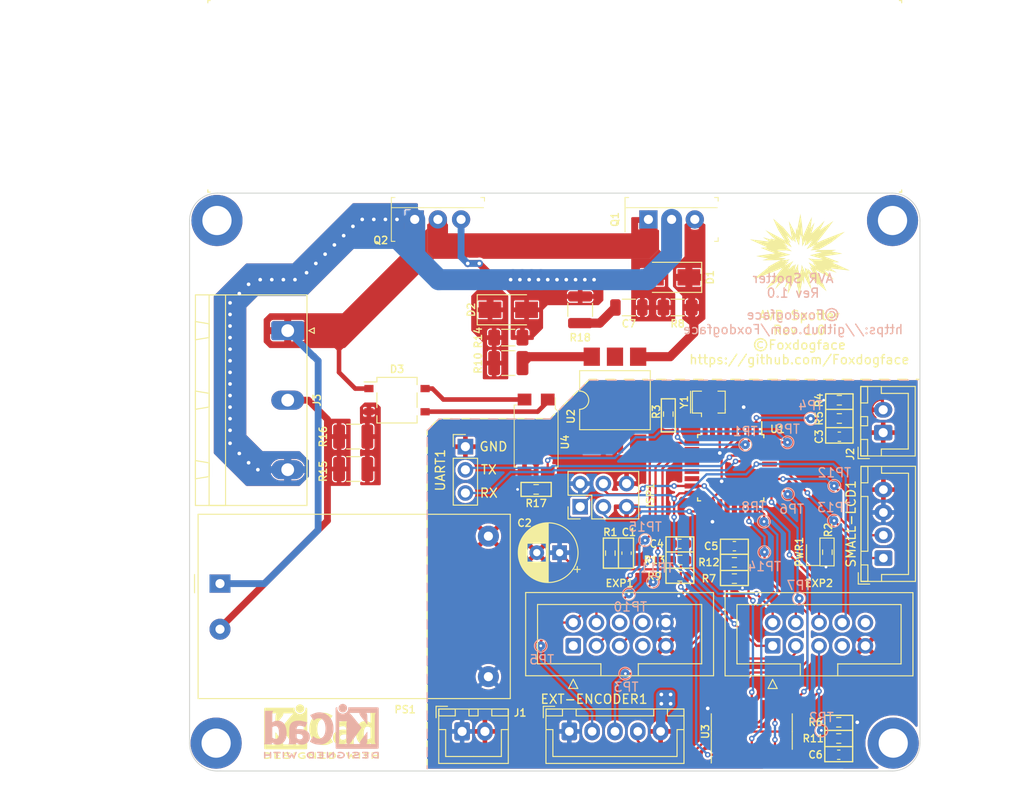
<source format=kicad_pcb>
(kicad_pcb (version 20211014) (generator pcbnew)
  (title_block (title "AVR Spotter") (date "2022-10-20") (rev "1.0"))
  (layers (0 "F.Cu" signal) (31 "B.Cu" signal) (34 "B.Paste" user) (35 "F.Paste" user) (36 "B.SilkS" user "B.Silkscreen") (37 "F.SilkS" user "F.Silkscreen") (38 "B.Mask" user) (39 "F.Mask" user) (44 "Edge.Cuts" user))
  (net 0 "")
  (net 1 "/N")
  (net 2 "/SW")
  (net 3 "/L")
  (net 4 "/ZD")
  (net 5 "+5V")
  (net 6 "/OUT")
  (net 7 "GND")
  (net 8 "Net-(PWR1-Pad2)")
  (net 9 "/SCL")
  (net 10 "/SDA")
  (net 11 "/ENC_SW")
  (net 12 "/ENC_B")
  (net 13 "/ENC_A")
  (net 14 "/MISO")
  (net 15 "/SCK")
  (net 16 "/MOSI")
  (net 17 "/RST")
  (net 18 "/BEEPER")
  (net 19 "/LCD_CS")
  (net 23 "/SD_CS")
  (net 24 "/ENC_A_LCD")
  (net 25 "/SD_DET")
  (net 26 "Net-(C4-Pad1)")
  (net 28 "Net-(C5-Pad1)")
  (net 29 "Net-(R15-Pad2)")
  (net 30 "/PWM")
  (net 31 "Net-(D1-Pad1)")
  (net 32 "Net-(C6-Pad1)")
  (net 33 "Net-(C7-Pad1)")
  (net 34 "Net-(U4-Pad1)")
  (net 35 "Net-(U4-Pad2)")
  (net 36 "Net-(J2-Pad2)")
  (net 37 "Net-(R3-Pad2)")
  (net 38 "Net-(R10-Pad2)")
  (net 39 "Net-(U1-Pad7)")
  (net 40 "Net-(U1-Pad8)")
  (net 46 "/RX")
  (net 47 "/TX")
  (net 50 "Net-(D2-Pad1)")
  (net 51 "Net-(U3-Pad2)")
  (net 52 "Net-(U3-Pad6)")
  (net 53 "Net-(U3-Pad10)")
  (net 54 "/ENC_SW_LCD")
  (net 55 "/ENC_B_LCD")
  (net 56 "/MOSI_LCD")
  (net 57 "/SCK_LCD")
  (footprint "Resistor_SMD:R_0603_1608Metric" (layer "F.Cu") (at 175.133 139.7 180)
    (fp_text reference "R6")
    (fp_text value "10k")
  )
  (footprint "Diode_SMD:D_SMA" (layer "F.Cu") (at 138.938 94.488)
    (fp_text reference "D2")
    (fp_text value "1N4007")
  )
  (footprint "Resistor_SMD:R_0603_1608Metric" (layer "F.Cu") (at 163.703 122.174)
    (fp_text reference "R12")
    (fp_text value "10k")
  )
  (footprint "Resistor_SMD:R_0603_1608Metric_Pad0.98x0.95mm_HandSolder" (layer "F.Cu") (at 150.114 121.158 -90)
    (fp_text reference "R1")
    (fp_text value "1k")
  )
  (footprint "Connector_IDC:IDC-Header_2x05_P2.54mm_Vertical" (layer "F.Cu") (at 146.05 131.3085 90)
    (fp_text reference "EXP1")
    (fp_text value "EXP1")
  )
  (footprint "Capacitor_SMD:C_0603_1608Metric" (layer "F.Cu") (at 163.703 120.396 180)
    (fp_text reference "C5")
    (fp_text value "47nF")
  )
  (footprint "Connector_JST:JST_XH_B5B-XH-A_1x05_P2.50mm_Vertical" (layer "F.Cu") (at 145.622 140.699)
    (fp_text reference "EXT-ENCODER1")
    (fp_text value "Conn_01x05")
  )
  (footprint "Capacitor_THT:CP_Radial_D6.3mm_P2.50mm" (layer "F.Cu") (at 144.55714 121.1072 180)
    (fp_text reference "C2")
    (fp_text value "470u")
  )
  (footprint "LED_SMD:LED_0603_1608Metric" (layer "F.Cu") (at 172.339 121.031 90)
    (fp_text reference "PWR1")
    (fp_text value "LED")
  )
  (footprint "Connector_JST:JST_XH_B4B-XH-A_1x04_P2.50mm_Vertical" (layer "F.Cu") (at 180.025 121.7 90)
    (fp_text reference "SMALL-LCD1")
    (fp_text value "LCD")
  )
  (footprint "Resistor_SMD:R_1206_3216Metric_Pad1.30x1.75mm_HandSolder" (layer "F.Cu") (at 157.48 94.234 180)
    (fp_text reference "R8")
    (fp_text value "330Ω")
  )
  (footprint "MountingHole:MountingHole_3.2mm_M3_DIN965_Pad" (layer "F.Cu") (at 106.934 141.986)
    (fp_text reference "REF**" hide)
    (fp_text value "MountingHole_3.2mm_M3_DIN965_Pad")
  )
  (footprint "Package_DIP:SMDIP-6_W9.53mm" (layer "F.Cu") (at 150.622 104.394 90)
    (fp_text reference "U2")
    (fp_text value "MOC3021M")
  )
  (footprint "Resistor_SMD:R_1210_3225Metric" (layer "F.Cu") (at 146.812 94.488 -90)
    (fp_text reference "R18")
    (fp_text value "39Ω")
  )
  (footprint "Capacitor_SMD:C_0603_1608Metric" (layer "F.Cu") (at 175.2 108.4)
    (fp_text reference "C3")
    (fp_text value "47nF")
  )
  (footprint "Connector_Phoenix_GMSTB:PhoenixContact_GMSTBA_2,5_3-G-7,62_1x03_P7.62mm_Horizontal" (layer "F.Cu") (at 114.7755 96.774 -90)
    (fp_text reference "J3")
    (fp_text value "Screw_Terminal_01x03")
  )
  (footprint "Resistor_SMD:R_0603_1608Metric" (layer "F.Cu") (at 175.133 141.478)
    (fp_text reference "R11")
    (fp_text value "10k")
  )
  (footprint "Crystal:Resonator_SMD_Murata_CSTxExxV-3Pin_3.0x1.1mm" (layer "F.Cu") (at 160.9 104.605)
    (fp_text reference "Y1")
    (fp_text value "16mhz")
  )
  (footprint "Connector_JST:JST_XH_B2B-XH-A_1x02_P2.50mm_Vertical" (layer "F.Cu") (at 180 107.95 90)
    (fp_text reference "J2")
    (fp_text value "Main switch")
  )
  (footprint "Connector_IDC:IDC-Header_2x05_P2.54mm_Vertical" (layer "F.Cu") (at 167.894 131.318 90)
    (fp_text reference "EXP2")
    (fp_text value "EXP2")
  )
  (footprint "Symbol:KiCad-Logo2_5mm_SilkScreen" (layer "F.Cu") (at 118.4656 140.716)
    (fp_text reference "REF**" hide)
    (fp_text value "KiCad-Logo2_5mm_SilkScreen" hide)
  )
  (footprint "Resistor_SMD:R_0603_1608Metric" (layer "F.Cu") (at 163.703 123.952)
    (fp_text reference "R7")
    (fp_text value "10k")
  )
  (footprint "Connector_PinHeader_2.54mm:PinHeader_1x03_P2.54mm_Vertical" (layer "F.Cu") (at 134.239 109.489)
    (fp_text reference "UART1")
    (fp_text value "Conn_01x03")
  )
  (footprint "Package_TO_SOT_SMD:TO-269AA" (layer "F.Cu") (at 126.746 104.394)
    (fp_text reference "D3")
    (fp_text value "MB6S")
  )
  (footprint "Resistor_SMD:R_1210_3225Metric_Pad1.30x2.65mm_HandSolder" (layer "F.Cu") (at 121.952 111.941)
    (fp_text reference "R15")
    (fp_text value "120k")
  )
  (footprint "Capacitor_SMD:C_0603_1608Metric" (layer "F.Cu") (at 151.892 121.158 -90)
    (fp_text reference "C1")
    (fp_text value "47nF")
  )
  (footprint "Resistor_SMD:R_0603_1608Metric_Pad0.98x0.95mm_HandSolder" (layer "F.Cu") (at 173.8884 121.0564 90)
    (fp_text reference "R2")
    (fp_text value "1k")
  )
  (footprint "Resistor_SMD:R_1206_3216Metric_Pad1.30x1.75mm_HandSolder" (layer "F.Cu") (at 138.938 97.536)
    (fp_text reference "R14")
    (fp_text value "330Ω")
  )
  (footprint "Package_SO:SO-14_3.9x8.65mm_P1.27mm" (layer "F.Cu") (at 165.608 140.716 90)
    (fp_text reference "U3")
    (fp_text value "74HC14")
  )
  (footprint "MountingHole:MountingHole_3.2mm_M3_DIN965_Pad" (layer "F.Cu") (at 107.025 84.7)
    (fp_text reference "REF**" hide)
    (fp_text value "MountingHole_3.2mm_M3_DIN965_Pad")
  )
  (footprint "Converter_ACDC:Converter_ACDC_HiLink_HLK-PMxx" (layer "F.Cu") (at 107.3575 124.5)
    (fp_text reference "PS1")
    (fp_text value "HLK-PM01")
  )
  (footprint "Resistor_SMD:R_1210_3225Metric_Pad1.30x2.65mm_HandSolder" (layer "F.Cu") (at 121.952 108.385 180)
    (fp_text reference "R16")
    (fp_text value "120k")
  )
  (footprint "Connector_PinHeader_2.54mm:PinHeader_2x03_P2.54mm_Vertical" (layer "F.Cu") (at 146.812 116.078 90)
    (fp_text reference "ISP1")
    (fp_text value "ISP")
  )
  (footprint "MountingHole:MountingHole_3.2mm_M3_DIN965_Pad" (layer "F.Cu") (at 181.102 141.986)
    (fp_text reference "REF**" hide)
    (fp_text value "MountingHole_3.2mm_M3_DIN965_Pad")
  )
  (footprint "digikey-footprints:TO-220-3" (layer "F.Cu") (at 154.286 84.582)
    (fp_text reference "Q1")
    (fp_text value "TN5015H-6T")
  )
  (footprint "digikey-footprints:TO-220-3" (layer "F.Cu") (at 128.686 84.582)
    (fp_text reference "Q2")
    (fp_text value "TN5015H-6T")
  )
  (footprint "Package_QFP:TQFP-32_7x7mm_P0.8mm" (layer "F.Cu") (at 163.3 111.8 -90)
    (fp_text reference "U1")
    (fp_text value "ATmega328P-A")
  )
  (footprint "Resistor_SMD:R_0603_1608Metric_Pad0.98x0.95mm_HandSolder" (layer "F.Cu") (at 141.986 114.173 180)
    (fp_text reference "R17")
    (fp_text value "1k")
  )
  (footprint "Capacitor_SMD:C_1206_3216Metric" (layer "F.Cu") (at 152.146 94.234)
    (fp_text reference "C7")
    (fp_text value "0.1u")
  )
  (footprint "Resistor_SMD:R_0603_1608Metric_Pad0.98x0.95mm_HandSolder" (layer "F.Cu") (at 156.464 105.918 -90)
    (fp_text reference "R3")
    (fp_text value "360Ω")
  )
  (footprint "Diode_SMD:D_SMA" (layer "F.Cu") (at 156.718 90.932 180)
    (fp_text reference "D1")
    (fp_text value "1N4007")
  )
  (footprint "Connector_JST:JST_XH_B2B-XH-A_1x02_P2.50mm_Vertical" (layer "F.Cu") (at 133.878 140.699)
    (fp_text reference "J1")
    (fp_text value "Power")
  )
  (footprint "Capacitor_SMD:C_0603_1608Metric" (layer "F.Cu") (at 157.734 120.142 180)
    (fp_text reference "C4")
    (fp_text value "47nF")
  )
  (footprint "Resistor_SMD:R_0603_1608Metric" (layer "F.Cu") (at 175.2 104.4)
    (fp_text reference "R4")
    (fp_text value "10k")
  )
  (footprint "Resistor_SMD:R_0603_1608Metric" (layer "F.Cu") (at 157.734 123.698)
    (fp_text reference "R9")
    (fp_text value "10k")
  )
  (footprint "Capacitor_SMD:C_0603_1608Metric" (layer "F.Cu") (at 175.133 143.256 180)
    (fp_text reference "C6")
    (fp_text value "47nF")
  )
  (footprint "MountingHole:MountingHole_3.2mm_M3_DIN965_Pad" (layer "F.Cu") (at 181.025 84.7)
    (fp_text reference "REF**" hide)
    (fp_text value "MountingHole_3.2mm_M3_DIN965_Pad")
  )
  (footprint "digikey-footprints:SMD-4_4.6x6.5mm_P2.54mm" (layer "F.Cu") (at 141.986 107.823 -90)
    (fp_text reference "U4")
    (fp_text value "EL817S1")
  )
  (footprint "Heatsink:Heatsink_76x45x21mm_2Holes" (layer "F.Cu") (at 120.026 83.5918)
    (fp_text reference "HS")
    (fp_text value "Heatsink_76x45x21mm_2Holes")
  )
  (footprint "Resistor_SMD:R_1210_3225Metric_Pad1.30x2.65mm_HandSolder" (layer "F.Cu") (at 138.938 100.33)
    (fp_text reference "R10")
    (fp_text value "470Ω")
  )
  (footprint "Resistor_SMD:R_0603_1608Metric" (layer "F.Cu") (at 175.2 106.4 180)
    (fp_text reference "R5")
    (fp_text value "10k")
  )
  (footprint "Resistor_SMD:R_0603_1608Metric" (layer "F.Cu") (at 157.734 121.92)
    (fp_text reference "R13")
    (fp_text value "10k")
  )
  (footprint "TestPoint:TestPoint_Pad_D1.0mm" (layer "B.Cu") (at 166.9288 117.7036 180)
    (fp_text reference "TP8")
    (fp_text value "ENC_SW")
  )
  (footprint "TestPoint:TestPoint_Pad_D1.0mm" (layer "B.Cu") (at 154.7876 124.3076 180)
    (fp_text reference "TP11")
    (fp_text value "SCK_LCD")
  )
  (footprint "TestPoint:TestPoint_Pad_D1.0mm" (layer "B.Cu") (at 169.5704 114.7064 180)
    (fp_text reference "TP6")
    (fp_text value "ENC_A")
  )
  (footprint "TestPoint:TestPoint_Pad_D1.0mm" (layer "B.Cu") (at 164.8968 109.2708 180)
    (fp_text reference "TP1")
    (fp_text value "PWM")
  )
  (footprint "TestPoint:TestPoint_Pad_D1.0mm" (layer "B.Cu") (at 153.924 119.7356 180)
    (fp_text reference "TP15")
    (fp_text value "LCD_CS")
  )
  (footprint "TestPoint:TestPoint_Pad_D1.0mm" (layer "B.Cu") (at 174.6504 113.792 180)
    (fp_text reference "TP12")
    (fp_text value "SDA")
  )
  (footprint "TestPoint:TestPoint_Pad_D1.0mm" (layer "B.Cu") (at 169.5196 109.0168 180)
    (fp_text reference "TP9")
    (fp_text value "ZD")
  )
  (footprint "TestPoint:TestPoint_Pad_D1.0mm" (layer "B.Cu") (at 170.7896 126.1364 180)
    (fp_text reference "TP7")
    (fp_text value "ENC_B")
  )
  (footprint "TestPoint:TestPoint_Pad_D1.0mm" (layer "B.Cu") (at 142.494 131.318 180)
    (fp_text reference "TP5")
    (fp_text value "ENC_SW_LCD")
  )
  (footprint "TestPoint:TestPoint_Pad_D1.0mm" (layer "B.Cu") (at 151.7396 134.366 180)
    (fp_text reference "TP3")
    (fp_text value "ENC_B_LCD")
  )
  (footprint "TestPoint:TestPoint_Pad_D1.0mm" (layer "B.Cu") (at 173.228 140.6144 180)
    (fp_text reference "TP2")
    (fp_text value "ENC_A_LCD")
  )
  (footprint "TestPoint:TestPoint_Pad_D1.0mm" (layer "B.Cu") (at 172.0596 106.426 180)
    (fp_text reference "TP4")
    (fp_text value "SW")
  )
  (footprint "TestPoint:TestPoint_Pad_D1.0mm" (layer "B.Cu") (at 166.9796 121.0564 180)
    (fp_text reference "TP14")
    (fp_text value "SD_CS")
  )
  (footprint "Symbol:KiCad-Logo2_5mm_SilkScreen" (layer "B.Cu") (at 118.4656 140.6652 180)
    (fp_text reference "REF**" hide)
    (fp_text value "KiCad-Logo2_5mm_SilkScreen" hide)
  )
  (footprint "TestPoint:TestPoint_Pad_D1.0mm" (layer "B.Cu") (at 152.146 125.6284 180)
    (fp_text reference "TP10")
    (fp_text value "MOSI_LCD")
  )
  (footprint "TestPoint:TestPoint_Pad_D1.0mm" (layer "B.Cu") (at 174.5996 117.602 180)
    (fp_text reference "TP13")
    (fp_text value "SCL")
  )
  (gr_line (start 138.775 106.45) (end 139.775 106.45) (layer "B.SilkS") (width 0.15))
  (gr_line (start 171.775 102.2) (end 172.775 102.2) (layer "B.SilkS") (width 0.15))
  (gr_line (start 159.775 102.2) (end 160.775 102.2) (layer "B.SilkS") (width 0.15))
  (gr_line (start 144.525 105.45) (end 145.025 104.95) (layer "B.SilkS") (width 0.15))
  (gr_line (start 130.048 109.462) (end 130.048 108.462) (layer "B.SilkS") (width 0.15))
  (gr_line (start 131.096 106.7) (end 131.346 106.45) (layer "B.SilkS") (width 0.15))
  (gr_line (start 153.775 102.2) (end 154.775 102.2) (layer "B.SilkS") (width 0.15))
  (gr_line (start 146.775 103.2) (end 147.275 102.7) (layer "B.SilkS") (width 0.15))
  (gr_line (start 131.346 106.45) (end 131.596 106.45) (layer "B.SilkS") (width 0.15))
  (gr_line (start 165.775 102.2) (end 166.775 102.2) (layer "B.SilkS") (width 0.15))
  (gr_line (start 143.525 106.45) (end 143.775 106.2) (layer "B.SilkS") (width 0.15))
  (gr_line (start 130.048 113.462) (end 130.048 112.462) (layer "B.SilkS") (width 0.15))
  (gr_line (start 130.048 111.462) (end 130.048 110.462) (layer "B.SilkS") (width 0.15))
  (gr_line (start 173.775 102.2) (end 174.775 102.2) (layer "B.SilkS") (width 0.15))
  (gr_line (start 175.775 102.2) (end 176.775 102.2) (layer "B.SilkS") (width 0.15))
  (gr_line (start 130.048 127.462) (end 130.048 126.462) (layer "B.SilkS") (width 0.15))
  (gr_line (start 134.775 106.45) (end 135.775 106.45) (layer "B.SilkS") (width 0.15))
  (gr_line (start 163.775 102.2) (end 164.775 102.2) (layer "B.SilkS") (width 0.15))
  (gr_line (start 183.775 102.2) (end 183.775 102.2) (layer "B.SilkS") (width 0.15))
  (gr_line (start 130.048 115.462) (end 130.048 114.462) (layer "B.SilkS") (width 0.15))
  (gr_line (start 132.596 106.45) (end 133.596 106.45) (layer "B.SilkS") (width 0.15))
  (gr_line (start 130.048 119.462) (end 130.048 118.462) (layer "B.SilkS") (width 0.15))
  (gr_line (start 130.048 131.462) (end 130.048 130.462) (layer "B.SilkS") (width 0.15))
  (gr_line (start 130.048 144.78) (end 130.048 144.462) (layer "B.SilkS") (width 0.15))
  (gr_line (start 147.775 102.2) (end 148.775 102.2) (layer "B.SilkS") (width 0.15))
  (gr_line (start 179.775 102.2) (end 180.775 102.2) (layer "B.SilkS") (width 0.15))
  (gr_line (start 130.048 135.462) (end 130.048 134.462) (layer "B.SilkS") (width 0.15))
  (gr_line (start 130.048 139.462) (end 130.048 138.462) (layer "B.SilkS") (width 0.15))
  (gr_line (start 130.084 107.7) (end 130.584 107.2) (layer "B.SilkS") (width 0.15))
  (gr_line (start 157.775 102.2) (end 158.775 102.2) (layer "B.SilkS") (width 0.15))
  (gr_line (start 177.775 102.2) (end 178.775 102.2) (layer "B.SilkS") (width 0.15))
  (gr_line (start 181.775 102.2) (end 182.775 102.2) (layer "B.SilkS") (width 0.15))
  (gr_line (start 169.775 102.2) (end 170.775 102.2) (layer "B.SilkS") (width 0.15))
  (gr_line (start 167.775 102.2) (end 168.775 102.2) (layer "B.SilkS") (width 0.15))
  (gr_line (start 136.775 106.45) (end 137.775 106.45) (layer "B.SilkS") (width 0.15))
  (gr_line (start 145.525 104.45) (end 146.025 103.95) (layer "B.SilkS") (width 0.15))
  (gr_line (start 130.048 117.462) (end 130.048 116.462) (layer "B.SilkS") (width 0.15))
  (gr_line (start 149.775 102.2) (end 150.775 102.2) (layer "B.SilkS") (width 0.15))
  (gr_line (start 142.775 106.45) (end 143.525 106.45) (layer "B.SilkS") (width 0.15))
  (gr_line (start 130.048 125.462) (end 130.048 124.462) (layer "B.SilkS") (width 0.15))
  (gr_line (start 130.048 129.462) (end 130.048 128.462) (layer "B.SilkS") (width 0.15))
  (gr_line (start 151.775 102.2) (end 152.775 102.2) (layer "B.SilkS") (width 0.15))
  (gr_line (start 130.048 123.462) (end 130.048 122.462) (layer "B.SilkS") (width 0.15))
  (gr_line (start 130.048 141.462) (end 130.048 140.462) (layer "B.SilkS") (width 0.15))
  (gr_line (start 130.048 143.462) (end 130.048 142.462) (layer "B.SilkS") (width 0.15))
  (gr_line (start 140.775 106.45) (end 141.775 106.45) (layer "B.SilkS") (width 0.15))
  (gr_line (start 130.048 133.462) (end 130.048 132.462) (layer "B.SilkS") (width 0.15))
  (gr_line (start 130.048 137.462) (end 130.048 136.462) (layer "B.SilkS") (width 0.15))
  (gr_line (start 161.775 102.2) (end 162.775 102.2) (layer "B.SilkS") (width 0.15))
  (gr_line (start 130.048 121.462) (end 130.048 120.462) (layer "B.SilkS") (width 0.15))
  (gr_line (start 155.775 102.2) (end 156.775 102.2) (layer "B.SilkS") (width 0.15))
  (gr_line (start 130.048 120.396) (end 130.048 119.38) (layer "F.SilkS") (width 0.15))
  (gr_line (start 152.654 119.507) (end 152.654 122.809) (layer "F.SilkS") (width 0.15))
  (gr_line (start 165.227 124.714) (end 162.179 124.714) (layer "F.SilkS") (width 0.15))
  (gr_line (start 147.828 102.108) (end 148.59 102.108) (layer "F.SilkS") (width 0.15))
  (gr_line (start 176.657 144.018) (end 173.609 144.018) (layer "F.SilkS") (width 0.15))
  (gr_line (start 151.003 122.809) (end 151.003 119.507) (layer "F.SilkS") (width 0.15))
  (gr_line (start 130.048 122.428) (end 130.048 121.412) (layer "F.SilkS") (width 0.15))
  (gr_line (start 174.498 102.108) (end 173.482 102.108) (layer "F.SilkS") (width 0.15))
  (gr_line (start 130.048 144.78) (end 130.048 143.764) (layer "F.SilkS") (width 0.15))
  (gr_line (start 168.402 102.108) (end 167.386 102.108) (layer "F.SilkS") (width 0.15))
  (gr_line (start 174.625 122.555) (end 174.625 119.507) (layer "F.SilkS") (width 0.12))
  (gr_line (start 156.21 102.108) (end 155.194 102.108) (layer "F.SilkS") (width 0.15))
  (gr_line (start 146.05 103.886) (end 146.558 103.378) (layer "F.SilkS") (width 0.15))
  (gr_line (start 130.048 128.524) (end 130.048 127.508) (layer "F.SilkS") (width 0.15))
  (gr_line (start 165.227 119.634) (end 165.227 124.714) (layer "F.SilkS") (width 0.15))
  (gr_line (start 165.227 123.063) (end 162.179 123.063) (layer "F.SilkS") (width 0.15))
  (gr_line (start 162.179 121.285) (end 165.227 121.285) (layer "F.SilkS") (width 0.15))
  (gr_line (start 180.594 102.108) (end 179.578 102.108) (layer "F.SilkS") (width 0.15))
  (gr_line (start 156.21 122.809) (end 159.258 122.809) (layer "F.SilkS") (width 0.15))
  (gr_line (start 162.179 119.634) (end 165.227 119.634) (layer "F.SilkS") (width 0.15))
  (gr_line (start 134.874 106.426) (end 133.858 106.426) (layer "F.SilkS") (width 0.15))
  (gr_line (start 130.048 132.588) (end 130.048 131.572) (layer "F.SilkS") (width 0.15))
  (gr_line (start 174.625 119.507) (end 173.074 119.507) (layer "F.SilkS") (width 0.12))
  (gr_poly (pts (xy 171.01407 84.469987) (xy 171.083772 85.000902) (xy 171.093378 84.975394) (xy 171.128069 85.339703) (xy 171.160591 85.707677) (xy 171.190783 86.079391) (xy 171.218483 86.454919) (xy 171.458089 85.89696) (xy 171.700555 85.350771) (xy 171.945491 84.816763) (xy 172.19251 84.295348) (xy 172.120816 84.927301) (xy 172.043921 85.564201) (xy 172.260513 85.238885) (xy 172.477364 84.917322) (xy 172.392147 85.215759) (xy 172.304285 85.516337) (xy 172.213661 85.819067) (xy 172.120158 86.123957) (xy 172.513659 85.735346) (xy 172.906736 85.351864) (xy 172.882263 85.431892) (xy 173.058933 85.248441) (xy 173.23536 85.066878) (xy 173.587552 84.708493) (xy 173.32048 85.2301) (xy 173.183928 85.492386) (xy 173.045149 85.755717) (xy 173.422335 85.498939) (xy 173.798687 85.245195) (xy 174.549269 84.745152) (xy 174.110119 85.338639) (xy 173.656742 85.936558) (xy 173.189145 86.538317) (xy 172.707333 87.143324) (xy 173.505216 86.807556) (xy 174.290027 86.492901) (xy 175.060119 86.199577) (xy 175.813846 85.927807) (xy 175.054411 86.530089) (xy 174.669984 86.831102) (xy 174.282268 87.131964) (xy 173.957 87.322107) (xy 173.626898 87.511791) (xy 173.292091 87.700921) (xy 172.952709 87.889403) (xy 172.729062 87.917968) (xy 172.503286 87.948592) (xy 172.534767 87.926733) (xy 172.2847 87.953318) (xy 172.033028 87.981626) (xy 172.153051 87.898435) (xy 172.271429 87.815206) (xy 172.388205 87.731967) (xy 172.503423 87.648749) (xy 172.33429 87.702988) (xy 172.164199 87.758653) (xy 172.268725 87.654945) (xy 172.372321 87.551315) (xy 172.577167 87.344281) (xy 172.340567 87.461871) (xy 172.101148 87.584581) (xy 171.859166 87.712374) (xy 171.614878 87.845213) (xy 171.711312 87.702268) (xy 171.805768 87.559989) (xy 171.898326 87.418395) (xy 171.989067 87.277505) (xy 171.978383 87.283957) (xy 172.041511 87.178404) (xy 172.103744 87.073211) (xy 172.225955 86.863772) (xy 172.059149 87.004153) (xy 171.892048 87.146123) (xy 171.724646 87.289904) (xy 171.556935 87.435721) (xy 171.571628 87.396695) (xy 171.585944 87.357913) (xy 171.614523 87.280377) (xy 171.501782 87.413244) (xy 171.445371 87.48043) (xy 171.388932 87.548247) (xy 171.428108 87.357917) (xy 171.465777 87.168788) (xy 171.50195 86.980914) (xy 171.536637 86.794349) (xy 171.435528 86.980725) (xy 171.334854 87.170585) (xy 171.234716 87.363906) (xy 171.135213 87.560669) (xy 171.133169 87.359401) (xy 171.12951 87.160292) (xy 171.124254 86.963452) (xy 171.117417 86.768989) (xy 171.103692 86.813895) (xy 171.049971 86.511069) (xy 170.994886 86.210581) (xy 170.920334 86.503987) (xy 170.846964 86.799775) (xy 170.828982 86.958488) (xy 170.811891 87.118793) (xy 170.795761 87.280731) (xy 170.780662 87.444345) (xy 170.670153 87.184366) (xy 170.558498 86.928367) (xy 170.445811 86.676453) (xy 170.332207 86.428731) (xy 170.35407 86.600483) (xy 170.377095 86.773451) (xy 170.401334 86.947642) (xy 170.426836 87.123062) (xy 170.347397 87.00985) (xy 170.267892 86.897353) (xy 170.280475 87.012873) (xy 170.213074 86.914453) (xy 170.145629 86.816948) (xy 170.010657 86.624221) (xy 170.068969 86.812225) (xy 170.129085 87.001529) (xy 169.953471 86.823581) (xy 169.778029 86.64774) (xy 169.602749 86.4737) (xy 169.427618 86.301156) (xy 169.534626 86.515376) (xy 169.644808 86.731339) (xy 169.75822 86.948973) (xy 169.874916 87.168204) (xy 169.733932 87.070043) (xy 169.593159 86.972702) (xy 169.78992 87.307907) (xy 169.890227 87.476189) (xy 169.992129 87.645008) (xy 169.781133 87.518421) (xy 169.571807 87.395902) (xy 169.364341 87.277502) (xy 169.15892 87.163269) (xy 169.360179 87.397673) (xy 169.564148 87.632486) (xy 169.41666 87.575849) (xy 169.269913 87.520398) (xy 169.447859 87.659616) (xy 169.629691 87.798953) (xy 169.815397 87.938281) (xy 170.00497 88.077475) (xy 169.811173 88.042719) (xy 169.619016 88.009901) (xy 169.428485 87.978909) (xy 169.239566 87.949626) (xy 169.31833 87.990516) (xy 168.819364 87.988089) (xy 168.325943 87.990299) (xy 168.564404 88.069692) (xy 168.806829 88.147916) (xy 169.053043 88.224925) (xy 169.302867 88.300673) (xy 169.435815 88.336617) (xy 169.569852 88.37209) (xy 169.705036 88.407044) (xy 169.841423 88.441426) (xy 169.506759 88.520573) (xy 169.177853 88.602422) (xy 168.854835 88.686773) (xy 168.537834 88.773422) (xy 168.949629 88.806206) (xy 169.36546 88.836051) (xy 169.240936 88.891457) (xy 169.117512 88.947116) (xy 168.87368 89.059081) (xy 169.101992 89.029936) (xy 169.332506 88.99866) (xy 169.301813 89.019972) (xy 169.539239 88.994846) (xy 169.778114 88.968169) (xy 169.650754 89.054807) (xy 169.52518 89.141539) (xy 169.40132 89.22833) (xy 169.279101 89.31514) (xy 169.474559 89.252864) (xy 169.67132 89.188676) (xy 169.555932 89.303268) (xy 169.441717 89.417753) (xy 169.216114 89.646436) (xy 169.45251 89.526641) (xy 169.691528 89.401812) (xy 169.932896 89.272012) (xy 170.176343 89.137306) (xy 170.076823 89.279884) (xy 169.97917 89.421952) (xy 169.88333 89.563481) (xy 169.789249 89.704439) (xy 169.857225 89.663408) (xy 169.794275 89.768683) (xy 169.732214 89.873599) (xy 169.610328 90.082491) (xy 169.772317 89.946211) (xy 169.934581 89.808449) (xy 170.097134 89.668977) (xy 170.259991 89.52757) (xy 170.21238 89.650101) (xy 170.165812 89.772008) (xy 170.302214 89.606507) (xy 170.370412 89.522704) (xy 170.438598 89.438025) (xy 170.398809 89.632752) (xy 170.36064 89.826167) (xy 170.324044 90.018247) (xy 170.28897 90.208971) (xy 170.388549 90.021956) (xy 170.48762 89.831553) (xy 170.586091 89.637835) (xy 170.683869 89.440877) (xy 170.682789 89.651517) (xy 170.683555 89.859939) (xy 170.686059 90.066154) (xy 170.690192 90.270172) (xy 170.732036 90.133293) (xy 170.785752 90.436056) (xy 170.840826 90.736482) (xy 170.925715 90.402294) (xy 171.009078 90.065032) (xy 171.022047 90.115975) (xy 171.035271 89.973583) (xy 171.04778 89.83008) (xy 171.059527 89.68545) (xy 171.070464 89.539678) (xy 171.177229 89.79008) (xy 171.28507 90.036712) (xy 171.393871 90.279525) (xy 171.503514 90.518468) (xy 171.481647 90.346685) (xy 171.458615 90.173683) (xy 171.434366 89.999457) (xy 171.408852 89.824001) (xy 171.488308 89.937269) (xy 171.567836 90.049818) (xy 171.555277 89.93452) (xy 171.622668 90.032909) (xy 171.690102 90.130383) (xy 171.825047 90.323055) (xy 171.766725 90.135009) (xy 171.706611 89.945663) (xy 171.88221 90.123599) (xy 172.057639 90.299429) (xy 172.232907 90.473459) (xy 172.408021 90.645991) (xy 172.30104 90.431828) (xy 172.190888 90.215925) (xy 172.077506 89.998353) (xy 171.960836 89.779184) (xy 172.102184 89.877593) (xy 172.243333 89.975182) (xy 172.040075 89.6291) (xy 171.936383 89.455333) (xy 171.831 89.281) (xy 172.035308 89.401071) (xy 172.237813 89.517134) (xy 172.438409 89.629258) (xy 172.636992 89.737514) (xy 172.455436 89.526346) (xy 172.271676 89.314855) (xy 172.39099 89.360631) (xy 172.509827 89.405634) (xy 172.333415 89.265458) (xy 172.152974 89.12506) (xy 171.968532 88.984568) (xy 171.780113 88.844109) (xy 171.969018 88.874979) (xy 172.156208 88.904037) (xy 172.341632 88.93132) (xy 172.525242 88.956869) (xy 172.973555 88.959122) (xy 173.417407 88.957629) (xy 173.069251 88.841836) (xy 172.709101 88.729162) (xy 172.337612 88.619993) (xy 171.955438 88.514716) (xy 172.300193 88.433579) (xy 172.638914 88.349584) (xy 172.97143 88.262941) (xy 173.297572 88.173862) (xy 172.885867 88.141083) (xy 172.470131 88.111241) (xy 172.58404 88.060558) (xy 172.696978 88.009651) (xy 172.920349 87.907295) (xy 172.851626 87.945297) (xy 173.364639 87.93168) (xy 173.870882 87.923491) (xy 174.370135 87.920546) (xy 174.862177 87.922661) (xy 174.597501 88.006026) (xy 174.330966 88.088702) (xy 174.931969 88.203231) (xy 175.528759 88.320187) (xy 175.041812 88.402791) (xy 174.546182 88.481475) (xy 174.041956 88.555978) (xy 173.529222 88.626039) (xy 173.945561 88.782728) (xy 174.35823 88.940733) (xy 175.174531 89.259824) (xy 174.80054 89.283112) (xy 174.425089 89.305269) (xy 174.921372 89.523623) (xy 175.409856 89.74368) (xy 175.890542 89.965238) (xy 176.363434 90.188098) (xy 175.29408 90.066981) (xy 174.755549 90.002368) (xy 174.213882 89.934371) (xy 174.572862 90.177972) (xy 174.926992 90.421771) (xy 174.435156 90.27357) (xy 173.939222 90.119721) (xy 174.116551 90.300556) (xy 173.828046 90.214929) (xy 173.538685 90.127975) (xy 173.819526 90.394499) (xy 174.096531 90.660626) (xy 174.369797 90.926297) (xy 174.639419 91.191455) (xy 174.128471 90.929682) (xy 173.613746 90.660132) (xy 173.095505 90.382734) (xy 172.574014 90.097422) (xy 172.752207 90.362278) (xy 172.927468 90.626266) (xy 173.0999 90.889353) (xy 173.269608 91.151501) (xy 173.178542 91.08162) (xy 173.491224 91.772839) (xy 173.797117 92.460852) (xy 173.296721 92.019874) (xy 172.795487 91.573046) (xy 172.85234 91.718892) (xy 172.908644 91.864412) (xy 172.625898 91.519992) (xy 172.342978 91.169603) (xy 172.060057 90.813082) (xy 171.777306 90.45026) (xy 171.875685 90.920263) (xy 171.968494 91.385644) (xy 172.055797 91.846149) (xy 172.137657 92.30152) (xy 171.940126 91.926943) (xy 171.743378 91.547977) (xy 171.54752 91.164598) (xy 171.352664 90.776781) (xy 171.346343 91.250086) (xy 171.335962 91.718305) (xy 171.251134 91.446254) (xy 171.167267 91.171711) (xy 171.078943 91.634346) (xy 170.98852 92.093251) (xy 170.802514 93.001504) (xy 170.729378 92.478444) (xy 170.659838 91.948941) (xy 170.598661 92.111184) (xy 170.569602 91.742248) (xy 170.542792 91.369955) (xy 170.518363 90.994287) (xy 170.496445 90.615226) (xy 170.260812 91.175256) (xy 170.022115 91.724059) (xy 169.780736 92.261158) (xy 169.537052 92.786077) (xy 169.6151 92.08893) (xy 169.699472 91.385713) (xy 169.448652 91.761685) (xy 169.197489 92.132609) (xy 169.28986 91.818549) (xy 169.385077 91.502305) (xy 169.483314 91.183844) (xy 169.584745 90.863132) (xy 169.210996 91.231652) (xy 168.837621 91.595557) (xy 168.861483 91.517525) (xy 168.684763 91.701027) (xy 168.508282 91.88264) (xy 168.155986 92.24112) (xy 168.423013 91.719587) (xy 168.559546 91.457337) (xy 168.698307 91.194041) (xy 168.321043 91.450883) (xy 167.944612 91.704685) (xy 167.193873 92.204839) (xy 167.620615 91.627877) (xy 168.060792 91.046726) (xy 168.514453 90.461909) (xy 168.981648 89.873947) (xy 168.70121 89.999241) (xy 168.422065 90.121933) (xy 168.144185 90.242183) (xy 167.867543 90.360156) (xy 167.336622 90.567751) (xy 166.81019 90.768308) (xy 166.28861 90.961666) (xy 165.772243 91.147664) (xy 166.192018 90.812404) (xy 166.615734 90.477188) (xy 167.043396 90.142088) (xy 167.475011 89.807174) (xy 167.284633 89.843447) (xy 167.648299 89.63842) (xy 168.017037 89.434155) (xy 168.39103 89.230826) (xy 168.770458 89.028605) (xy 168.257169 89.045949) (xy 167.750329 89.057842) (xy 167.250126 89.064488) (xy 166.756745 89.066092) (xy 167.083422 88.962938) (xy 167.412964 88.860815) (xy 166.745791 88.73358) (xy 166.083807 88.60338) (xy 166.590554 88.521799) (xy 167.106448 88.4446) (xy 167.631098 88.371954) (xy 168.164111 88.304032) (xy 167.76119 88.152101) (xy 167.361733 87.998938) (xy 166.571267 87.689741) (xy 166.944293 87.666527) (xy 167.318785 87.644433) (xy 166.822376 87.426009) (xy 166.33376 87.205886) (xy 165.85294 86.984265) (xy 165.379918 86.761347) (xy 166.449349 86.882467) (xy 166.987916 86.947081) (xy 167.529622 87.015077) (xy 167.170714 86.77154) (xy 166.816658 86.527798) (xy 167.308609 86.676064) (xy 167.804669 86.829981) (xy 167.626995 86.648808) (xy 167.915389 86.734372) (xy 168.204627 86.82126) (xy 167.923857 86.554783) (xy 167.646917 86.288701) (xy 167.373709 86.023078) (xy 167.104135 85.757974) (xy 167.633744 86.02945) (xy 168.167441 86.309357) (xy 168.704883 86.59767) (xy 169.245729 86.894364) (xy 169.050569 86.593278) (xy 168.85944 86.29367) (xy 168.672169 85.995566) (xy 168.48858 85.698989) (xy 168.214784 85.092422) (xy 167.946243 84.488348) (xy 168.446738 84.929419) (xy 168.948067 85.376342) (xy 168.910946 85.280755) (xy 169.185417 85.605127) (xy 169.460392 85.935714) (xy 169.735694 86.27235) (xy 170.011148 86.614869) (xy 169.915992 86.142873) (xy 169.826578 85.67592) (xy 169.742761 85.214183) (xy 169.664394 84.757839) (xy 169.856964 85.124763) (xy 170.048752 85.495941) (xy 170.239672 85.871293) (xy 170.429635 86.250736) (xy 170.440821 85.866662) (xy 170.454721 85.486391) (xy 170.510442 85.658029) (xy 170.538277 85.743907) (xy 170.565795 85.830712) (xy 170.656496 85.353955) (xy 170.749413 84.881106) (xy 170.940749 83.94556)) (layer "F.SilkS") (width 0) (fill solid))
  (gr_line (start 130.048 142.748) (end 130.048 141.732) (layer "F.SilkS") (width 0.15))
  (gr_line (start 173.609 144.018) (end 173.609 138.938) (layer "F.SilkS") (width 0.15))
  (gr_line (start 130.048 126.492) (end 130.048 125.476) (layer "F.SilkS") (width 0.15))
  (gr_line (start 174.625 122.555) (end 173.074 122.555) (layer "F.SilkS") (width 0.12))
  (gr_line (start 149.352 122.809) (end 149.352 119.507) (layer "F.SilkS") (width 0.15))
  (gr_line (start 130.048 114.3) (end 130.048 113.284) (layer "F.SilkS") (width 0.15))
  (gr_line (start 176.657 138.938) (end 176.657 144.018) (layer "F.SilkS") (width 0.15))
  (gr_line (start 130.048 110.236) (end 130.048 109.22) (layer "F.SilkS") (width 0.15))
  (gr_line (start 178.562 102.108) (end 177.546 102.108) (layer "F.SilkS") (width 0.15))
  (gr_line (start 176.657 140.589) (end 173.609 140.589) (layer "F.SilkS") (width 0.15))
  (gr_line (start 173.7 107.4) (end 176.7 107.4) (layer "F.SilkS") (width 0.15))
  (gr_line (start 130.048 130.556) (end 130.048 129.54) (layer "F.SilkS") (width 0.15))
  (gr_line (start 164.338 102.108) (end 163.322 102.108) (layer "F.SilkS") (width 0.15))
  (gr_line (start 130.048 118.364) (end 130.048 117.348) (layer "F.SilkS") (width 0.15))
  (gr_line (start 154.178 102.108) (end 153.67 102.108) (layer "F.SilkS") (width 0.15))
  (gr_line (start 130.048 124.46) (end 130.048 123.444) (layer "F.SilkS") (width 0.15))
  (gr_line (start 156.21 124.46) (end 156.21 119.38) (layer "F.SilkS") (width 0.15))
  (gr_line (start 173.074 119.507) (end 173.074 120.231) (layer "F.SilkS") (width 0.12))
  (gr_line (start 162.306 102.108) (end 161.29 102.108) (layer "F.SilkS") (width 0.15))
  (gr_line (start 130.048 116.332) (end 130.048 115.316) (layer "F.SilkS") (width 0.15))
  (gr_line (start 140.335 113.411) (end 143.637 113.411) (layer "F.SilkS") (width 0.15))
  (gr_line (start 155.702 104.2416) (end 157.226 104.2416) (layer "F.SilkS") (width 0.15))
  (gr_line (start 176.7 109.1) (end 176.7 103.7) (layer "F.SilkS") (width 0.15))
  (gr_line (start 157.226 104.2416) (end 157.226 107.8738) (layer "F.SilkS") (width 0.15))
  (gr_line (start 147.32 102.616) (end 147.828 102.108) (layer "F.SilkS") (width 0.15))
  (gr_line (start 144.78 105.156) (end 145.542 104.394) (layer "F.SilkS") (width 0.15))
  (gr_line (start 150.622 102.108) (end 149.606 102.108) (layer "F.SilkS") (width 0.15))
  (gr_line (start 176.7 105.4) (end 173.7 105.4) (layer "F.SilkS") (width 0.15))
  (gr_line (start 183.896 102.108) (end 183.642 102.108) (layer "F.SilkS") (width 0.15))
  (gr_line (start 173.7 109.1) (end 176.7 109.1) (layer "F.SilkS") (width 0.15))
  (gr_line (start 143.637 113.411) (end 143.637 114.935) (layer "F.SilkS") (width 0.15))
  (gr_line (start 158.242 102.108) (end 157.226 102.108) (layer "F.SilkS") (width 0.15))
  (gr_line (start 130.048 138.684) (end 130.048 137.668) (layer "F.SilkS") (width 0.15))
  (gr_line (start 143.637 114.935) (end 140.335 114.935) (layer "F.SilkS") (width 0.15))
  (gr_line (start 149.352 119.507) (end 152.654 119.507) (layer "F.SilkS") (width 0.15))
  (gr_line (start 130.048 108.204) (end 130.048 107.696) (layer "F.SilkS") (width 0.15))
  (gr_line (start 176.53 102.108) (end 175.514 102.108) (layer "F.SilkS") (width 0.15))
  (gr_line (start 143.764 106.172) (end 144.018 105.918) (layer "F.SilkS") (width 0.15))
  (gr_line (start 152.654 122.809) (end 149.352 122.809) (layer "F.SilkS") (width 0.15))
  (gr_line (start 182.626 102.108) (end 181.61 102.108) (layer "F.SilkS") (width 0.15))
  (gr_line (start 159.258 121.031) (end 156.21 121.031) (layer "F.SilkS") (width 0.15))
  (gr_line (start 160.274 102.108) (end 159.258 102.108) (layer "F.SilkS") (width 0.15))
  (gr_line (start 140.97 106.426) (end 139.954 106.426) (layer "F.SilkS") (width 0.15))
  (gr_line (start 130.048 134.62) (end 130.048 133.604) (layer "F.SilkS") (width 0.15))
  (gr_line (start 156.21 119.38) (end 159.258 119.38) (layer "F.SilkS") (width 0.15))
  (gr_line (start 130.048 140.716) (end 130.048 139.7) (layer "F.SilkS") (width 0.15))
  (gr_line (start 162.179 124.714) (end 162.179 119.634) (layer "F.SilkS") (width 0.15))
  (gr_line (start 173.609 142.367) (end 176.657 142.367) (layer "F.SilkS") (width 0.15))
  (gr_line (start 136.906 106.426) (end 135.89 106.426) (layer "F.SilkS") (width 0.15))
  (gr_line (start 152.654 102.108) (end 151.638 102.108) (layer "F.SilkS") (width 0.15))
  (gr_line (start 173.7 103.7) (end 173.7 109.1) (layer "F.SilkS") (width 0.15))
  (gr_line (start 130.048 136.652) (end 130.048 135.636) (layer "F.SilkS") (width 0.15))
  (gr_line (start 159.258 124.46) (end 156.21 124.46) (layer "F.SilkS") (width 0.15))
  (gr_line (start 176.7 103.7) (end 173.7 103.7) (layer "F.SilkS") (width 0.15))
  (gr_line (start 155.702 107.8738) (end 155.702 104.2416) (layer "F.SilkS") (width 0.15))
  (gr_line (start 140.335 114.935) (end 140.335 113.411) (layer "F.SilkS") (width 0.15))
  (gr_line (start 131.064 106.68) (end 130.556 107.188) (layer "F.SilkS") (width 0.15))
  (gr_line (start 138.938 106.426) (end 137.922 106.426) (layer "F.SilkS") (width 0.15))
  (gr_line (start 172.466 102.108) (end 171.45 102.108) (layer "F.SilkS") (width 0.15))
  (gr_line (start 170.434 102.108) (end 169.418 102.108) (layer "F.SilkS") (width 0.15))
  (gr_line (start 132.842 106.426) (end 131.826 106.426) (layer "F.SilkS") (width 0.15))
  (gr_line (start 130.048 112.268) (end 130.048 111.252) (layer "F.SilkS") (width 0.15))
  (gr_line (start 155.702 107.8738) (end 157.226 107.8738) (layer "F.SilkS") (width 0.15))
  (gr_line (start 159.258 119.38) (end 159.258 124.46) (layer "F.SilkS") (width 0.15))
  (gr_line (start 166.37 102.108) (end 165.354 102.108) (layer "F.SilkS") (width 0.15))
  (gr_line (start 143.002 106.426) (end 141.986 106.426) (layer "F.SilkS") (width 0.15))
  (gr_line (start 173.609 138.938) (end 176.657 138.938) (layer "F.SilkS") (width 0.15))
  (gr_line (start 104.025261 141.989739) (end 104.025261 84.748261) (layer "Edge.Cuts") (width 0.1))
  (gr_arc (start 107.073261 145.037739) (mid 104.918 144.145) (end 104.025261 141.989739) (layer "Edge.Cuts") (width 0.1))
  (gr_line (start 184.026739 141.989739) (end 184.026739 84.748261) (layer "Edge.Cuts") (width 0.1))
  (gr_line (start 107.073261 81.700261) (end 180.978739 81.700261) (layer "Edge.Cuts") (width 0.1))
  (gr_line (start 180.978739 145.037739) (end 107.073261 145.037739) (layer "Edge.Cuts") (width 0.1))
  (gr_arc (start 104.025261 84.748261) (mid 104.918 82.593) (end 107.073261 81.700261) (layer "Edge.Cuts") (width 0.1))
  (gr_arc (start 180.978739 81.700261) (mid 183.134 82.593) (end 184.026739 84.748261) (layer "Edge.Cuts") (width 0.1))
  (gr_arc (start 184.026739 141.989739) (mid 183.134 144.145) (end 180.978739 145.037739) (layer "Edge.Cuts") (width 0.1))
  (gr_text "©Foxdogface\nhttps://github.com/Foxdogface\n" (at 170.1292 95.8464) (layer "B.SilkS") (effects (font (size 1 1)) (justify mirror)))
  (gr_text "AVR Spotter\nRev 1.0" (at 170.1292 91.8464) (layer "B.SilkS") (effects (font (size 1 1)) (justify mirror)))
  (gr_text "AVR Spotter\nRev 1.0\n©Foxdogface\nhttps://github.com/Foxdogface\n" (at 170.815 97.536) (layer "F.SilkS") (effects (font (size 1 1))))
  (gr_text "RX" (at 136.8044 114.5794) (layer "F.SilkS") (effects (font (size 1 1))))
  (gr_text "TX" (at 136.8044 112.014) (layer "F.SilkS") (effects (font (size 1 1))))
  (gr_text "GND" (at 137.3124 109.489) (layer "F.SilkS") (effects (font (size 1 1))))
  (segment (start 117.0305 104.394) (end 119.126 106.4895) (width 0.75) (layer "F.Cu") (net 1))
  (segment (start 119.126 106.4895) (end 119.126 117.602) (width 0.75) (layer "F.Cu") (net 1))
  (segment (start 114.7755 104.394) (end 117.0305 104.394) (width 0.75) (layer "F.Cu") (net 1))
  (segment (start 107.3575 129.3705) (end 107.3575 129.5) (width 0.75) (layer "F.Cu") (net 1))
  (segment (start 119.126 117.602) (end 107.3575 129.3705) (width 0.75) (layer "F.Cu") (net 1))
  (segment (start 172.0856 106.4) (end 172.0596 106.426) (width 0.25) (layer "F.Cu") (net 2))
  (segment (start 166.1 106.3404) (end 166.1 107.55) (width 0.25) (layer "F.Cu") (net 2))
  (segment (start 174.375 106.4) (end 172.0856 106.4) (width 0.25) (layer "F.Cu") (net 2))
  (segment (start 174.425 108.4) (end 174.425 106.45) (width 0.25) (layer "F.Cu") (net 2))
  (segment (start 166.116 106.3244) (end 166.1 106.3404) (width 0.25) (layer "F.Cu") (net 2))
  (via (at 172.0596 106.426) (size 0.8) (drill 0.4) (layers "F.Cu" "B.Cu") (net 2))
  (via (at 166.116 106.3244) (size 0.6) (drill 0.3) (layers "F.Cu" "B.Cu") (net 2))
  (segment (start 171.958 106.3244) (end 172.0596 106.426) (width 0.25) (layer "B.Cu") (net 2))
  (segment (start 166.116 106.3244) (end 171.958 106.3244) (width 0.25) (layer "B.Cu") (net 2))
  (segment (start 114.7755 96.774) (end 118.745 96.774) (width 2) (layer "F.Cu") (net 3))
  (segment (start 122.174 103.124) (end 123.671 103.124) (width 0.5) (layer "F.Cu") (net 3))
  (segment (start 154.286 84.582) (end 154.286 86.214) (width 2) (layer "F.Cu") (net 3))
  (segment (start 120.396 101.346) (end 122.174 103.124) (width 0.5) (layer "F.Cu") (net 3))
  (segment (start 120.796 98.406) (end 120.396 98.806) (width 0.5) (layer "F.Cu") (net 3))
  (segment (start 131.226 84.582) (end 131.226 86.452) (width 2) (layer "F.Cu") (net 3))
  (segment (start 119.996 98.406) (end 120.396 98.806) (width 0.5) (layer "F.Cu") (net 3))
  (segment (start 120.396 98.806) (end 120.396 101.346) (width 0.5) (layer "F.Cu") (net 3))
  (segment (start 107.3575 124.5) (end 112.228 124.5) (width 0.75) (layer "B.Cu") (net 3))
  (segment (start 117.5695 99.568) (end 114.7755 96.774) (width 0.75) (layer "B.Cu") (net 3))
  (segment (start 118.11 100.076) (end 117.602 99.568) (width 0.75) (layer "B.Cu") (net 3))
  (segment (start 118.11 118.618) (end 118.11 100.076) (width 0.75) (layer "B.Cu") (net 3))
  (segment (start 112.228 124.5) (end 118.11 118.618) (width 0.75) (layer "B.Cu") (net 3))
  (segment (start 117.602 99.568) (end 117.5695 99.568) (width 0.75) (layer "B.Cu") (net 3))
  (segment (start 143.256 112.323) (end 143.256 113.8155) (width 0.25) (layer "F.Cu") (net 4))
  (segment (start 143.256 113.8155) (end 142.8985 114.173) (width 0.25) (layer "F.Cu") (net 4))
  (segment (start 167.5668 109.0168) (end 167.55 109) (width 0.25) (layer "F.Cu") (net 4))
  (segment (start 169.5196 109.0168) (end 167.5668 109.0168) (width 0.25) (layer "F.Cu") (net 4))
  (segment (start 143.256 110.990316) (end 143.256 112.5516) (width 0.25) (layer "F.Cu") (net 4))
  (via (at 143.256 110.990316) (size 0.6) (drill 0.3) (layers "F.Cu" "B.Cu") (net 4))
  (via (at 169.5196 109.0168) (size 0.6) (drill 0.3) (layers "F.Cu" "B.Cu") (net 4))
  (segment (start 143.256 110.990316) (end 143.502316 110.744) (width 0.25) (layer "B.Cu") (net 4))
  (segment (start 169.5196 109.0168) (end 168.3258 107.823) (width 0.25) (layer "B.Cu") (net 4))
  (segment (start 168.3258 107.823) (end 155.575 107.823) (width 0.25) (layer "B.Cu") (net 4))
  (segment (start 143.502316 110.744) (end 150.622 110.744) (width 0.25) (layer "B.Cu") (net 4))
  (segment (start 155.575 107.823) (end 154.94 108.458) (width 0.25) (layer "B.Cu") (net 4))
  (segment (start 150.622 110.744) (end 152.908 108.458) (width 0.25) (layer "B.Cu") (net 4))
  (segment (start 152.908 108.458) (end 154.94 108.458) (width 0.25) (layer "B.Cu") (net 4))
  (segment (start 161.3 117.719) (end 161.3 116.05) (width 0.25) (layer "F.Cu") (net 5))
  (segment (start 177.165 139.7) (end 176.022 139.7) (width 0.25) (layer "F.Cu") (net 5))
  (segment (start 162.052 113.538) (end 162.052 114.427) (width 0.25) (layer "F.Cu") (net 5))
  (segment (start 163.449 105.156) (end 162.1 106.505) (width 0.25) (layer "F.Cu") (net 5))
  (segment (start 157.728884 125.857) (end 158.559 125.026884) (width 0.25) (layer "F.Cu") (net 5))
  (segment (start 157.607 125.857) (end 157.728884 125.857) (width 0.25) (layer "F.Cu") (net 5))
  (segment (start 161.733 138.176) (end 161.798 138.241) (width 0.25) (layer "F.Cu") (net 5))
  (segment (start 163.7 107.55) (end 163.7 108.65) (width 0.25) (layer "F.Cu") (net 5))
  (segment (start 141.0735 114.173) (end 139.954 114.173) (width 0.25) (layer "F.Cu") (net 5))
  (segment (start 173.8884 122.5296) (end 173.8884 121.8814) (width 0.25) (layer "F.Cu") (net 5))
  (segment (start 160.782 138.176) (end 161.733 138.176) (width 0.25) (layer "F.Cu") (net 5))
  (segment (start 164.719 105.156) (end 163.449 105.156) (width 0.25) (layer "F.Cu") (net 5))
  (segment (start 163.7 108.65) (end 162.1 110.25) (width 0.25) (layer "F.Cu") (net 5))
  (segment (start 162.306 113.284) (end 162.306 110.456) (width 0.25) (layer "F.Cu") (net 5))
  (segment (start 162.1 106.505) (end 162.1 107.55) (width 0.25) (layer "F.Cu") (net 5))
  (segment (start 173.736 122.682) (end 173.8884 122.5296) (width 0.25) (layer "F.Cu") (net 5))
  (segment (start 162.1 110.25) (end 162.1 107.55) (width 0.25) (layer "F.Cu") (net 5))
  (segment (start 158.559 125.026884) (end 158.559 123.698) (width 0.25) (layer "F.Cu") (net 5))
  (segment (start 164.592 124.9785) (end 164.528 124.9145) (width 0.25) (layer "F.Cu") (net 5))
  (segment (start 145.52044 122.0705) (end 150.114 122.0705) (width 0.25) (layer "F.Cu") (net 5))
  (segment (start 162.052 114.427) (end 161.3 115.179) (width 0.25) (layer "F.Cu") (net 5))
  (segment (start 162.306 110.456) (end 162.1 110.25) (width 0.25) (layer "F.Cu") (net 5))
  (segment (start 161.3 115.179) (end 161.3 116.05) (width 0.25) (layer "F.Cu") (net 5))
  (segment (start 162.306 113.284) (end 162.052 113.538) (width 0.25) (layer "F.Cu") (net 5))
  (segment (start 164.528 124.9145) (end 164.528 123.952) (width 0.25) (layer "F.Cu") (net 5))
  (segment (start 174.375 104.4) (end 173.488 104.4) (width 0.25) (layer "F.Cu") (net 5))
  (segment (start 144.55714 121.1072) (end 145.52044 122.0705) (width 0.25) (layer "F.Cu") (net 5))
  (segment (start 173.488 104.4) (end 173.482 104.394) (width 0.25) (layer "F.Cu") (net 5))
  (via (at 162.1028 110.1852) (size 0.8) (drill 0.4) (layers "F.Cu" "B.Cu") (net 5))
  (via (at 161.3 117.719) (size 0.8) (drill 0.4) (layers "F.Cu" "B.Cu") (net 5))
  (via (at 177.165 139.7) (size 0.8) (drill 0.4) (layers "F.Cu" "B.Cu") (net 5))
  (via (at 162.306 113.284) (size 0.8) (drill 0.4) (layers "F.Cu" "B.Cu") (net 5))
  (via (at 157.607 125.857) (size 0.6) (drill 0.3) (layers "F.Cu" "B.Cu") (net 5))
  (via (at 173.736 122.682) (size 0.6) (drill 0.3) (layers "F.Cu" "B.Cu") (net 5))
  (via (at 139.954 114.173) (size 0.6) (drill 0.3) (layers "F.Cu" "B.Cu") (net 5))
  (via (at 173.482 104.394) (size 0.6) (drill 0.3) (layers "F.Cu" "B.Cu") (net 5))
  (via (at 164.592 124.9785) (size 0.6) (drill 0.3) (layers "F.Cu" "B.Cu") (net 5))
  (via (at 160.782 138.176) (size 0.8) (drill 0.4) (layers "F.Cu" "B.Cu") (net 5))
  (via (at 164.719 105.156) (size 0.8) (drill 0.4) (layers "F.Cu" "B.Cu") (net 5))
  (via (at 126.746 84.582) (size 0.8) (drill 0.4) (layers "F.Cu" "B.Cu") (net 6))
  (via (at 121.92 85.344) (size 0.8) (drill 0.4) (layers "F.Cu" "B.Cu") (net 6))
  (via (at 146.304 91.186) (size 0.8) (drill 0.4) (layers "F.Cu" "B.Cu") (net 6))
  (via (at 140.208 91.186) (size 0.8) (drill 0.4) (layers "F.Cu" "B.Cu") (net 6))
  (via (at 118.872 88.392) (size 0.8) (drill 0.4) (layers "F.Cu" "B.Cu") (net 6))
  (via (at 125.476 84.582) (size 0.8) (drill 0.4) (layers "F.Cu" "B.Cu") (net 6))
  (via (at 108.458 101.346) (size 0.8) (drill 0.4) (layers "F.Cu" "B.Cu") (net 6))
  (via (at 142.24 91.186) (size 0.8) (drill 0.4) (layers "F.Cu" "B.Cu") (net 6))
  (via (at 115.57 91.186) (size 0.8) (drill 0.4) (layers "F.Cu" "B.Cu") (net 6))
  (via (at 108.458 94.996) (size 0.8) (drill 0.4) (layers "F.Cu" "B.Cu") (net 6))
  (via (at 108.458 100.076) (size 0.8) (drill 0.4) (layers "F.Cu" "B.Cu") (net 6))
  (via (at 120.904 86.36) (size 0.8) (drill 0.4) (layers "F.Cu" "B.Cu") (net 6))
  (via (at 108.458 102.616) (size 0.8) (drill 0.4) (layers "F.Cu" "B.Cu") (net 6))
  (via (at 116.84 90.424) (size 0.8) (drill 0.4) (layers "F.Cu" "B.Cu") (net 6))
  (via (at 108.458 107.696) (size 0.8) (drill 0.4) (layers "F.Cu" "B.Cu") (net 6))
  (via (at 110.49 111.252) (size 0.8) (drill 0.4) (layers "F.Cu" "B.Cu") (net 6))
  (via (at 124.206 84.582) (size 0.8) (drill 0.4) (layers "F.Cu" "B.Cu") (net 6))
  (via (at 108.458 98.806) (size 0.8) (drill 0.4) (layers "F.Cu" "B.Cu") (net 6))
  (via (at 109.474 110.236) (size 0.8) (drill 0.4) (layers "F.Cu" "B.Cu") (net 6))
  (via (at 111.506 112.014) (size 0.8) (drill 0.4) (layers "F.Cu" "B.Cu") (net 6))
  (via (at 122.936 84.582) (size 0.8) (drill 0.4) (layers "F.Cu" "B.Cu") (net 6))
  (via (at 147.32 91.186) (size 0.8) (drill 0.4) (layers "F.Cu" "B.Cu") (net 6))
  (via (at 108.458 96.266) (size 0.8) (drill 0.4) (layers "F.Cu" "B.Cu") (net 6))
  (via (at 119.888 87.376) (size 0.8) (drill 0.4) (layers "F.Cu" "B.Cu") (net 6))
  (via (at 113.03 91.186) (size 0.8) (drill 0.4) (layers "F.Cu" "B.Cu") (net 6))
  (via (at 110.49 91.694) (size 0.8) (drill 0.4) (layers "F.Cu" "B.Cu") (net 6))
  (via (at 114.3 91.186) (size 0.8) (drill 0.4) (layers "F.Cu" "B.Cu") (net 6))
  (via (at 108.458 93.726) (size 0.8) (drill 0.4) (layers "F.Cu" "B.Cu") (net 6))
  (via (at 148.336 91.186) (size 0.8) (drill 0.4) (layers "F.Cu" "B.Cu") (net 6))
  (via (at 108.458 105.156) (size 0.8) (drill 0.4) (layers "F.Cu" "B.Cu") (net 6))
  (via (at 141.224 91.186) (size 0.8) (drill 0.4) (layers "F.Cu" "B.Cu") (net 6))
  (via (at 143.256 91.186) (size 0.8) (drill 0.4) (layers "F.Cu" "B.Cu") (net 6))
  (via (at 139.192 91.186) (size 0.8) (drill 0.4) (layers "F.Cu" "B.Cu") (net 6))
  (via (at 108.458 103.886) (size 0.8) (drill 0.4) (layers "F.Cu" "B.Cu") (net 6))
  (via (at 145.288 91.186) (size 0.8) (drill 0.4) (layers "F.Cu" "B.Cu") (net 6))
  (via (at 117.856 89.408) (size 0.8) (drill 0.4) (layers "F.Cu" "B.Cu") (net 6))
  (via (at 108.458 109.1184) (size 0.8) (drill 0.4) (layers "F.Cu" "B.Cu") (net 6))
  (via (at 144.272 91.186) (size 0.8) (drill 0.4) (layers "F.Cu" "B.Cu") (net 6))
  (via (at 109.474 92.71) (size 0.8) (drill 0.4) (layers "F.Cu" "B.Cu") (net 6))
  (via (at 111.76 91.186) (size 0.8) (drill 0.4) (layers "F.Cu" "B.Cu") (net 6))
  (via (at 108.458 106.426) (size 0.8) (drill 0.4) (layers "F.Cu" "B.Cu") (net 6))
  (via (at 108.458 97.536) (size 0.8) (drill 0.4) (layers "F.Cu" "B.Cu") (net 6))
  (segment (start 126.7968 86.6648) (end 125.476 85.344) (width 2.3) (layer "B.Cu") (net 6))
  (segment (start 154.178 91.186) (end 156.826 88.538) (width 2.3) (layer "B.Cu") (net 6))
  (segment (start 131.318 91.186) (end 128.686 88.554) (width 2.3) (layer "B.Cu") (net 6))
  (segment (start 128.686 88.554) (end 126.7968 86.6648) (width 2.3) (layer "B.Cu") (net 6))
  (segment (start 142.494 91.186) (end 154.178 91.186) (width 2.3) (layer "B.Cu") (net 6))
  (segment (start 156.826 88.538) (end 156.826 84.582) (width 2.3) (layer "B.Cu") (net 6))
  (segment (start 141.478 91.186) (end 140.462 91.186) (width 2.3) (layer "B.Cu") (net 6))
  (segment (start 140.462 91.186) (end 139.446 91.186) (width 2.3) (layer "B.Cu") (net 6))
  (segment (start 125.476 85.344) (end 125.476 84.582) (width 2.3) (layer "B.Cu") (net 6))
  (segment (start 139.446 91.186) (end 131.318 91.186) (width 2.3) (layer "B.Cu") (net 6))
  (segment (start 128.686 88.554) (end 128.686 84.582) (width 2.3) (layer "B.Cu") (net 6))
  (segment (start 142.494 91.186) (end 141.478 91.186) (width 2.3) (layer "B.Cu") (net 6))
  (segment (start 126.7968 86.6648) (end 121.6152 86.6648) (width 2.3) (layer "B.Cu") (net 6))
  (via (at 155.702 137.668) (size 0.8) (drill 0.4) (layers "F.Cu" "B.Cu") (net 7))
  (via (at 156.718 136.652) (size 0.8) (drill 0.4) (layers "F.Cu" "B.Cu") (net 7))
  (via (at 156.718 137.668) (size 0.8) (drill 0.4) (layers "F.Cu" "B.Cu") (net 7))
  (via (at 155.702 136.652) (size 0.8) (drill 0.4) (layers "F.Cu" "B.Cu") (net 7))
  (segment (start 155.622 138.764) (end 156.718 137.668) (width 1) (layer "B.Cu") (net 7))
  (segment (start 156.464 137.668) (end 156.718 137.668) (width 1) (layer "B.Cu") (net 7))
  (segment (start 155.702 136.652) (end 156.718 136.652) (width 1) (layer "B.Cu") (net 7))
  (segment (start 155.622 140.699) (end 155.622 138.764) (width 1) (layer "B.Cu") (net 7))
  (segment (start 155.622 136.732) (end 155.702 136.652) (width 0.25) (layer "B.Cu") (net 7))
  (segment (start 155.622 140.699) (end 155.622 136.732) (width 1) (layer "B.Cu") (net 7))
  (segment (start 156.718 137.668) (end 156.718 136.652) (width 1) (layer "B.Cu") (net 7))
  (segment (start 156.21 137.414) (end 156.464 137.668) (width 1) (layer "B.Cu") (net 7))
  (segment (start 173.8509 120.2689) (end 173.8884 120.2314) (width 0.25) (layer "F.Cu") (net 8))
  (segment (start 172.1104 120.2689) (end 173.8509 120.2689) (width 0.25) (layer "F.Cu") (net 8))
  (segment (start 178.728822 121.7) (end 180.025 121.7) (width 0.25) (layer "F.Cu") (net 9))
  (segment (start 169.35 112.2) (end 167.55 112.2) (width 0.25) (layer "F.Cu") (net 9))
  (segment (start 174.749089 117.720267) (end 178.728822 121.7) (width 0.25) (layer "F.Cu") (net 9))
  (segment (start 171.704 114.554) (end 169.35 112.2) (width 0.25) (layer "F.Cu") (net 9))
  (via (at 174.627911 117.599089) (size 0.6) (drill 0.3) (layers "F.Cu" "B.Cu") (net 9))
  (via (at 171.704 114.554) (size 0.6) (drill 0.3) (layers "F.Cu" "B.Cu") (net 9))
  (segment (start 174.506733 117.477911) (end 171.704 114.675178) (width 0.25) (layer "B.Cu") (net 9))
  (segment (start 171.704 114.675178) (end 171.704 114.554) (width 0.25) (layer "B.Cu") (net 9))
  (segment (start 175.387 117.475) (end 177.112 119.2) (width 0.25) (layer "F.Cu") (net 10))
  (segment (start 174.625 113.792) (end 175.387 114.554) (width 0.25) (layer "F.Cu") (net 10))
  (segment (start 169.037 113.03) (end 167.58 113.03) (width 0.25) (layer "F.Cu") (net 10))
  (segment (start 177.112 119.2) (end 180.025 119.2) (width 0.25) (layer "F.Cu") (net 10))
  (segment (start 167.58 113.03) (end 167.55 113) (width 0.25) (layer "F.Cu") (net 10))
  (segment (start 175.387 114.554) (end 175.387 117.475) (width 0.25) (layer "F.Cu") (net 10))
  (via (at 169.037 113.03) (size 0.6) (drill 0.3) (layers "F.Cu" "B.Cu") (net 10))
  (via (at 174.625 113.792) (size 0.6) (drill 0.3) (layers "F.Cu" "B.Cu") (net 10))
  (segment (start 174.625 113.792) (end 173.863 113.03) (width 0.25) (layer "B.Cu") (net 10))
  (segment (start 173.863 113.03) (end 168.91 113.03) (width 0.25) (layer "B.Cu") (net 10))
  (segment (start 166.9542 117.7036) (end 166.9542 116.9042) (width 0.25) (layer "F.Cu") (net 11))
  (segment (start 166.9542 116.9042) (end 166.1 116.05) (width 0.25) (layer "F.Cu") (net 11))
  (segment (start 165.608 143.191) (end 165.608 141.478) (width 0.25) (layer "F.Cu") (net 11))
  (via (at 166.9542 117.7036) (size 0.6) (drill 0.3) (layers "F.Cu" "B.Cu") (net 11))
  (via (at 165.608 141.478) (size 0.6) (drill 0.3) (layers "F.Cu" "B.Cu") (net 11))
  (segment (start 168.402 125.4252) (end 166.6445 127.1827) (width 0.25) (layer "B.Cu") (net 11))
  (segment (start 168.402 119.1514) (end 168.402 125.4252) (width 0.25) (layer "B.Cu") (net 11))
  (segment (start 166.6445 140.4415) (end 165.608 141.478) (width 0.25) (layer "B.Cu") (net 11))
  (segment (start 166.9288 117.6782) (end 168.402 119.1514) (width 0.25) (layer "B.Cu") (net 11))
  (segment (start 166.6445 127.1827) (end 166.6445 140.4415) (width 0.25) (layer "B.Cu") (net 11))
  (segment (start 171.704 132.969) (end 170.434 134.239) (width 0.25) (layer "F.Cu") (net 12))
  (segment (start 167.767 115.57) (end 167.767 114.817) (width 0.25) (layer "F.Cu") (net 12))
  (segment (start 171.704 127.762) (end 171.704 132.969) (width 0.25) (layer "F.Cu") (net 12))
  (segment (start 170.815 126.111) (end 170.815 126.873) (width 0.25) (layer "F.Cu") (net 12))
  (segment (start 170.815 126.873) (end 171.704 127.762) (width 0.25) (layer "F.Cu") (net 12))
  (segment (start 167.767 114.817) (end 167.55 114.6) (width 0.25) (layer "F.Cu") (net 12))
  (segment (start 164.338 135.382) (end 164.338 138.241) (width 0.25) (layer "F.Cu") (net 12))
  (segment (start 170.434 134.239) (end 165.481 134.239) (width 0.25) (layer "F.Cu") (net 12))
  (segment (start 165.481 134.239) (end 164.338 135.382) (width 0.25) (layer "F.Cu") (net 12))
  (via (at 170.815 126.111) (size 0.8) (drill 0.4) (layers "F.Cu" "B.Cu") (net 12))
  (via (at 167.767 115.57) (size 0.6) (drill 0.3) (layers "F.Cu" "B.Cu") (net 12))
  (segment (start 170.619 118.422) (end 170.619 125.915) (width 0.25) (layer "B.Cu") (net 12))
  (segment (start 167.767 115.57) (end 170.619 118.422) (width 0.25) (layer "B.Cu") (net 12))
  (segment (start 170.619 125.915) (end 170.815 126.111) (width 0.25) (layer "B.Cu") (net 12))
  (segment (start 171.323 136.336) (end 169.418 138.241) (width 0.25) (layer "F.Cu") (net 13))
  (segment (start 169.545 114.681) (end 169.4505 114.681) (width 0.25) (layer "F.Cu") (net 13))
  (segment (start 169.4505 114.681) (end 168.5695 113.8) (width 0.25) (layer "F.Cu") (net 13))
  (segment (start 168.5695 113.8) (end 167.55 113.8) (width 0.25) (layer "F.Cu") (net 13))
  (via (at 171.323 136.336) (size 0.6) (drill 0.3) (layers "F.Cu" "B.Cu") (net 13))
  (via (at 169.545 114.681) (size 0.6) (drill 0.3) (layers "F.Cu" "B.Cu") (net 13))
  (segment (start 171.704 135.955) (end 171.704 122.6312) (width 0.25) (layer "B.Cu") (net 13))
  (segment (start 171.704 122.6312) (end 171.069 121.9962) (width 0.25) (layer "B.Cu") (net 13))
  (segment (start 171.323 136.336) (end 171.704 135.955) (width 0.25) (layer "B.Cu") (net 13))
  (segment (start 171.069 121.9962) (end 171.069 116.205) (width 0.25) (layer "B.Cu") (net 13))
  (segment (start 171.069 116.205) (end 169.545 114.681) (width 0.25) (layer "B.Cu") (net 13))
  (segment (start 166.116 131.318) (end 167.894 131.318) (width 0.25) (layer "F.Cu") (net 14))
  (segment (start 157.688 114.6) (end 159.05 114.6) (width 0.25) (layer "F.Cu") (net 14))
  (segment (start 157.099 115.189) (end 157.688 114.6) (width 0.25) (layer "F.Cu") (net 14))
  (segment (start 163.700442 128.907558) (end 163.705558 128.907558) (width 0.25) (layer "F.Cu") (net 14))
  (segment (start 157.099 117.221) (end 157.099 115.189) (width 0.25) (layer "F.Cu") (net 14))
  (segment (start 163.705558 128.907558) (end 166.116 131.318) (width 0.25) (layer "F.Cu") (net 14))
  (via (at 157.099 117.221) (size 0.6) (drill 0.3) (layers "F.Cu" "B.Cu") (net 14))
  (via (at 163.700442 128.907558) (size 0.6) (drill 0.3) (layers "F.Cu" "B.Cu") (net 14))
  (via (at 157.099 115.189) (size 0.6) (drill 0.3) (layers "F.Cu" "B.Cu") (net 14))
  (segment (start 148.082 114.808) (end 146.812 116.078) (width 0.25) (layer "B.Cu") (net 14))
  (segment (start 157.099 115.189) (end 156.718 114.808) (width 0.25) (layer "B.Cu") (net 14))
  (segment (start 156.718 114.808) (end 148.082 114.808) (width 0.25) (layer "B.Cu") (net 14))
  (segment (start 157.099 122.306116) (end 157.099 117.221) (width 0.25) (layer "B.Cu") (net 14))
  (segment (start 163.700442 128.907558) (end 157.099 122.306116) (width 0.25) (layer "B.Cu") (net 14))
  (segment (start 167.894 127.381) (end 167.894 128.778) (width 0.25) (layer "F.Cu") (net 15))
  (segment (start 159.964 116.586) (end 160.5 116.05) (width 0.25) (layer "F.Cu") (net 15))
  (segment (start 166.116 125.603) (end 167.894 127.381) (width 0.25) (layer "F.Cu") (net 15))
  (segment (start 158.75 116.586) (end 159.964 116.586) (width 0.25) (layer "F.Cu") (net 15))
  (via (at 166.116 125.603) (size 0.6) (drill 0.3) (layers "F.Cu" "B.Cu") (net 15))
  (via (at 158.75 116.586) (size 0.6) (drill 0.3) (layers "F.Cu" "B.Cu") (net 15))
  (segment (start 159.131 122.809) (end 161.925 125.603) (width 0.25) (layer "B.Cu") (net 15))
  (segment (start 153.543 116.586) (end 152.781 117.348) (width 0.25) (layer "B.Cu") (net 15))
  (segment (start 159.131 116.967) (end 159.131 122.809) (width 0.25) (layer "B.Cu") (net 15))
  (segment (start 149.352 116.84) (end 149.352 116.078) (width 0.25) (layer "B.Cu") (net 15))
  (segment (start 152.781 117.348) (end 149.86 117.348) (width 0.25) (layer "B.Cu") (net 15))
  (segment (start 158.75 116.586) (end 159.131 116.967) (width 0.25) (layer "B.Cu") (net 15))
  (segment (start 161.925 125.603) (end 166.116 125.603) (width 0.25) (layer "B.Cu") (net 15))
  (segment (start 149.86 117.348) (end 149.352 116.84) (width 0.25) (layer "B.Cu") (net 15))
  (segment (start 158.75 116.586) (end 153.543 116.586) (width 0.25) (layer "B.Cu") (net 15))
  (segment (start 149.892 114.713) (end 153.0455 114.713) (width 0.25) (layer "F.Cu") (net 16))
  (segment (start 149.352 114.173) (end 149.892 114.713) (width 0.25) (layer "F.Cu") (net 16))
  (segment (start 149.352 113.538) (end 149.352 114.173) (width 0.25) (layer "F.Cu") (net 16))
  (segment (start 160.393 113.8) (end 159.05 113.8) (width 0.25) (layer "F.Cu") (net 16))
  (segment (start 157.487502 113.800498) (end 157.488 113.8) (width 0.25) (layer "F.Cu") (net 16))
  (segment (start 157.098826 113.800498) (end 157.487502 113.800498) (width 0.25) (layer "F.Cu") (net 16))
  (segment (start 172.974 124.587) (end 172.974 128.778) (width 0.25) (layer "F.Cu") (net 16))
  (segment (start 160.401 113.792) (end 160.393 113.8) (width 0.25) (layer "F.Cu") (net 16))
  (segment (start 169.7355 121.3485) (end 172.974 124.587) (width 0.25) (layer "F.Cu") (net 16))
  (segment (start 153.0455 114.713) (end 153.67 114.0885) (width 0.25) (layer "F.Cu") (net 16))
  (segment (start 157.488 113.8) (end 159.05 113.8) (width 0.25) (layer "F.Cu") (net 16))
  (via (at 153.67 114.0885) (size 0.6) (drill 0.3) (layers "F.Cu" "B.Cu") (net 16))
  (via (at 157.098826 113.800498) (size 0.6) (drill 0.3) (layers "F.Cu" "B.Cu") (net 16))
  (via (at 169.7355 121.3485) (size 0.6) (drill 0.3) (layers "F.Cu" "B.Cu") (net 16))
  (via (at 160.401 113.792) (size 0.6) (drill 0.3) (layers "F.Cu" "B.Cu") (net 16))
  (segment (start 169.7355 118.8085) (end 167.259 116.332) (width 0.25) (layer "B.Cu") (net 16))
  (segment (start 153.958002 113.800498) (end 153.67 114.0885) (width 0.25) (layer "B.Cu") (net 16))
  (segment (start 157.098826 113.800498) (end 153.958002 113.800498) (width 0.25) (layer "B.Cu") (net 16))
  (segment (start 162.941 116.332) (end 160.401 113.792) (width 0.25) (layer "B.Cu") (net 16))
  (segment (start 167.259 116.332) (end 162.941 116.332) (width 0.25) (layer "B.Cu") (net 16))
  (segment (start 169.7355 121.3485) (end 169.7355 118.8085) (width 0.25) (layer "B.Cu") (net 16))
  (segment (start 166.1116 111.4) (end 167.55 111.4) (width 0.25) (layer "F.Cu") (net 17))
  (via (at 166.1116 111.4) (size 0.6) (drill 0.3) (layers "F.Cu" "B.Cu") (net 17))
  (segment (start 157.099 116.078) (end 151.934 116.078) (width 0.25) (layer "B.Cu") (net 17))
  (segment (start 175.895 128.397) (end 175.514 128.778) (width 0.25) (layer "B.Cu") (net 17))
  (segment (start 175.895 112.776) (end 175.895 128.397) (width 0.25) (layer "B.Cu") (net 17))
  (segment (start 174.519 111.4) (end 175.895 112.776) (width 0.25) (layer "B.Cu") (net 17))
  (segment (start 160.655 112.522) (end 157.099 116.078) (width 0.25) (layer "B.Cu") (net 17))
  (segment (start 166.1116 111.4) (end 174.519 111.4) (width 0.25) (layer "B.Cu") (net 17))
  (segment (start 166.1116 111.4) (end 164.9896 112.522) (width 0.25) (layer "B.Cu") (net 17))
  (segment (start 164.9896 112.522) (end 160.655 112.522) (width 0.25) (layer "B.Cu") (net 17))
  (segment (start 148.59 127.3048) (end 148.59 128.7685) (width 0.25) (layer "F.Cu") (net 19))
  (segment (start 158.9775 109.0725) (end 159.05 109) (width 0.25) (layer "F.Cu") (net 19))
  (segment (start 154.432 111.252) (end 156.6115 109.0725) (width 0.25) (layer "F.Cu") (net 19))
  (segment (start 153.924 119.761) (end 154.432 119.253) (width 0.25) (layer "F.Cu") (net 19))
  (segment (start 154.432 119.253) (end 154.432 111.252) (width 0.25) (layer "F.Cu") (net 19))
  (segment (start 156.6115 109.0725) (end 158.9775 109.0725) (width 0.25) (layer "F.Cu") (net 19))
  (segment (start 152.2984 123.5964) (end 148.59 127.3048) (width 0.25) (layer "F.Cu") (net 19))
  (via (at 153.924 119.761) (size 0.6) (drill 0.3) (layers "F.Cu" "B.Cu") (net 19))
  (via (at 152.2984 123.5964) (size 0.6) (drill 0.3) (layers "F.Cu" "B.Cu") (net 19))
  (segment (start 153.289 120.396) (end 153.924 119.761) (width 0.25) (layer "B.Cu") (net 19))
  (segment (start 153.289 122.6058) (end 153.289 120.396) (width 0.25) (layer "B.Cu") (net 19))
  (segment (start 152.2984 123.5964) (end 153.289 122.6058) (width 0.25) (layer "B.Cu") (net 19))
  (segment (start 167.005 123.698) (end 167.005 121.031) (width 0.25) (layer "F.Cu") (net 23))
  (segment (start 170.434 128.778) (end 170.434 127.127) (width 0.25) (layer "F.Cu") (net 23))
  (segment (start 170.434 127.127) (end 167.005 123.698) (width 0.25) (layer "F.Cu") (net 23))
  (segment (start 165.3 117.675) (end 165.3 116.05) (width 0.25) (layer "F.Cu") (net 23))
  (via (at 167.005 121.031) (size 0.6) (drill 0.3) (layers "F.Cu" "B.Cu") (net 23))
  (via (at 165.3 117.675) (size 0.6) (drill 0.3) (layers "F.Cu" "B.Cu") (net 23))
  (segment (start 167.005 119.38) (end 167.005 121.031) (width 0.25) (layer "B.Cu") (net 23))
  (segment (start 165.3 117.675) (end 167.005 119.38) (width 0.25) (layer "B.Cu") (net 23))
  (segment (start 159.4682 142.741) (end 154.1202 142.741) (width 0.25) (layer "F.Cu") (net 24))
  (segment (start 161.4932 140.716) (end 159.4682 142.741) (width 0.25) (layer "F.Cu") (net 24))
  (segment (start 168.589751 140.716) (end 161.4932 140.716) (width 0.25) (layer "F.Cu") (net 24))
  (segment (start 153.122 141.7428) (end 153.122 140.699) (width 0.25) (layer "F.Cu") (net 24))
  (segment (start 172.974 136.2964) (end 172.974 136.331751) (width 0.25) (layer "F.Cu") (net 24))
  (segment (start 154.1202 142.741) (end 153.122 141.7428) (width 0.25) (layer "F.Cu") (net 24))
  (segment (start 172.974 136.331751) (end 168.589751 140.716) (width 0.25) (layer "F.Cu") (net 24))
  (via (at 172.974 136.2964) (size 0.6) (drill 0.3) (layers "F.Cu" "B.Cu") (net 24))
  (via (at 173.228 140.589) (size 0.6) (drill 0.3) (layers "F.Cu" "B.Cu") (net 24))
  (segment (start 172.974 140.335) (end 173.228 140.589) (width 0.25) (layer "B.Cu") (net 24))
  (segment (start 172.974 136.2964) (end 172.974 140.335) (width 0.25) (layer "B.Cu") (net 24))
  (segment (start 172.974 136.2964) (end 172.974 131.318) (width 0.25) (layer "B.Cu") (net 24))
  (segment (start 157.834 124.868) (end 157.834 122.645) (width 0.25) (layer "F.Cu") (net 26))
  (segment (start 161.733 143.256) (end 161.798 143.191) (width 0.25) (layer "F.Cu") (net 26))
  (segment (start 158.509 120.142) (end 158.509 121.87) (width 0.25) (layer "F.Cu") (net 26))
  (segment (start 158.509 121.87) (end 158.559 121.92) (width 0.25) (layer "F.Cu") (net 26))
  (segment (start 160.782 143.256) (end 161.733 143.256) (width 0.25) (layer "F.Cu") (net 26))
  (segment (start 157.834 122.645) (end 158.559 121.92) (width 0.25) (layer "F.Cu") (net 26))
  (via (at 160.782 143.256) (size 0.6) (drill 0.3) (layers "F.Cu" "B.Cu") (net 26))
  (via (at 157.834 124.868) (size 0.6) (drill 0.3) (layers "F.Cu" "B.Cu") (net 26))
  (segment (start 157.834 124.868) (end 159.512 126.546) (width 0.25) (layer "B.Cu") (net 26))
  (segment (start 159.512 141.986) (end 160.782 143.256) (width 0.25) (layer "B.Cu") (net 26))
  (segment (start 159.512 126.546) (end 159.512 141.986) (width 0.25) (layer "B.Cu") (net 26))
  (segment (start 165.253 121.946) (end 164.465 121.158) (width 0.25) (layer "F.Cu") (net 28))
  (segment (start 165.735 126.365) (end 165.253 125.883) (width 0.25) (layer "F.Cu") (net 28))
  (segment (start 164.478 120.396) (end 164.478 122.124) (width 0.25) (layer "F.Cu") (net 28))
  (segment (start 165.253 125.883) (end 165.253 121.946) (width 0.25) (layer "F.Cu") (net 28))
  (segment (start 165.608 138.241) (end 165.608 136.398) (width 0.25) (layer "F.Cu") (net 28))
  (via (at 165.608 136.398) (size 0.6) (drill 0.3) (layers "F.Cu" "B.Cu") (net 28))
  (via (at 165.735 126.365) (size 0.6) (drill 0.3) (layers "F.Cu" "B.Cu") (net 28))
  (segment (start 165.735 136.271) (end 165.608 136.398) (width 0.25) (layer "B.Cu") (net 28))
  (segment (start 165.735 126.365) (end 165.735 136.271) (width 0.25) (layer "B.Cu") (net 28))
  (segment (start 157.0755 105.0055) (end 156.464 105.0055) (width 0.25) (layer "F.Cu") (net 30))
  (segment (start 164.8968 109.2708) (end 165.3 108.8676) (width 0.25) (layer "F.Cu") (net 30))
  (segment (start 157.48 105.41) (end 157.0755 105.0055) (width 0.25) (layer "F.Cu") (net 30))
  (segment (start 165.3 108.8676) (end 165.3 107.55) (width 0.25) (layer "F.Cu") (net 30))
  (segment (start 157.48 108.4475) (end 157.48 105.41) (width 0.25) (layer "F.Cu") (net 30))
  (via (at 164.8968 109.2708) (size 0.6) (drill 0.3) (layers "F.Cu" "B.Cu") (net 30))
  (via (at 157.48 108.4475) (size 0.6) (drill 0.3) (layers "F.Cu" "B.Cu") (net 30))
  (segment (start 157.48 108.4475) (end 158.3033 109.2708) (width 0.25) (layer "B.Cu") (net 30))
  (segment (start 158.3033 109.2708) (end 164.8968 109.2708) (width 0.25) (layer "B.Cu") (net 30))
  (segment (start 153.162 99.629) (end 156.657 99.629) (width 1) (layer "F.Cu") (net 31))
  (segment (start 156.657 99.629) (end 159.258 97.028) (width 1) (layer "F.Cu") (net 31))
  (segment (start 159.258 97.028) (end 159.258 95.758) (width 1) (layer "F.Cu") (net 31))
  (segment (start 175.958 143.206) (end 175.908 143.256) (width 0.25) (layer "F.Cu") (net 32))
  (segment (start 175.958 141.478) (end 175.958 143.206) (width 0.25) (layer "F.Cu") (net 32))
  (segment (start 166.878 144.018) (end 166.878 143.191) (width 0.25) (layer "F.Cu") (net 32))
  (segment (start 175.076 144.526) (end 167.386 144.526) (width 0.25) (layer "F.Cu") (net 32))
  (segment (start 175.908 143.694) (end 175.076 144.526) (width 0.25) (layer "F.Cu") (net 32))
  (segment (start 175.908 143.256) (end 175.908 143.694) (width 0.25) (layer "F.Cu") (net 32))
  (segment (start 167.386 144.526) (end 166.878 144.018) (width 0.25) (layer "F.Cu") (net 32))
  (segment (start 146.812 95.9505) (end 148.9545 95.9505) (width 1) (layer "F.Cu") (net 33))
  (segment (start 148.9545 95.9505) (end 150.671 94.234) (width 1) (layer "F.Cu") (net 33))
  (segment (start 129.7406 105.6516) (end 142.156 105.6516) (width 0.5) (layer "F.Cu") (net 34))
  (segment (start 142.156 105.6516) (end 143.256 104.5516) (width 0.5) (layer "F.Cu") (net 34))
  (segment (start 129.721 105.632) (end 129.7406 105.6516) (width 0.5) (layer "F.Cu") (net 34))
  (segment (start 130.6305 103.124) (end 129.821 103.124) (width 0.5) (layer "F.Cu") (net 35))
  (segment (start 140.716 104.323) (end 131.8295 104.323) (width 0.5) (layer "F.Cu") (net 35))
  (segment (start 131.8295 104.323) (end 130.6305 103.124) (width 0.5) (layer "F.Cu") (net 35))
  (segment (start 148.6935 106.8305) (end 147.896 107.628) (width 0.25) (layer "F.Cu") (net 37))
  (segment (start 156.464 106.8305) (end 148.6935 106.8305) (width 0.25) (layer "F.Cu") (net 37))
  (segment (start 147.896 107.628) (end 147.896 109.159) (width 0.25) (layer "F.Cu") (net 37))
  (segment (start 148.082 99.629) (end 141.189 99.629) (width 1) (layer "F.Cu") (net 38))
  (segment (start 141.189 99.629) (end 140.488 100.33) (width 1) (layer "F.Cu") (net 38))
  (segment (start 162.1 104.65) (end 162.1 105.6) (width 0.25) (layer "F.Cu") (net 39))
  (segment (start 161.3 106.4) (end 162.1 105.6) (width 0.25) (layer "F.Cu") (net 39))
  (segment (start 161.3 106.4) (end 161.3 107.55) (width 0.25) (layer "F.Cu") (net 39))
  (segment (start 160.5 106.2) (end 160.5 107.55) (width 0.25) (layer "F.Cu") (net 40))
  (segment (start 159.7 104.65) (end 159.7 105.4) (width 0.25) (layer "F.Cu") (net 40))
  (segment (start 159.7 105.4) (end 160.5 106.2) (width 0.25) (layer "F.Cu") (net 40))
  (segment (start 163.83 111.0996) (end 164.9984 111.0996) (width 0.25) (layer "F.Cu") (net 46))
  (segment (start 165.498 110.6) (end 167.55 110.6) (width 0.25) (layer "F.Cu") (net 46))
  (segment (start 164.9984 111.0996) (end 165.498 110.6) (width 0.25) (layer "F.Cu") (net 46))
  (via (at 163.83 111.0996) (size 0.6) (drill 0.3) (layers "F.Cu" "B.Cu") (net 46))
  (segment (start 163.83 111.0996) (end 162.8576 112.072) (width 0.25) (layer "B.Cu") (net 46))
  (segment (start 143.96 112.072) (end 143.764 112.268) (width 0.25) (layer "B.Cu") (net 46))
  (segment (start 136.891 114.569) (end 134.239 114.569) (width 0.25) (layer "B.Cu") (net 46))
  (segment (start 162.8576 112.072) (end 143.96 112.072) (width 0.25) (layer "B.Cu") (net 46))
  (segment (start 143.764 112.268) (end 139.192 112.268) (width 0.25) (layer "B.Cu") (net 46))
  (segment (start 139.192 112.268) (end 136.891 114.569) (width 0.25) (layer "B.Cu") (net 46))
  (segment (start 164.709 110.4746) (end 165.3836 109.8) (width 0.25) (layer "F.Cu") (net 47))
  (segment (start 163.348587 110.4746) (end 164.709 110.4746) (width 0.25) (layer "F.Cu") (net 47))
  (segment (start 163.160329 110.662858) (end 163.348587 110.4746) (width 0.25) (layer "F.Cu") (net 47))
  (segment (start 165.3836 109.8) (end 167.55 109.8) (width 0.25) (layer "F.Cu") (net 47))
  (via (at 163.160329 110.662858) (size 0.6) (drill 0.3) (layers "F.Cu" "B.Cu") (net 47))
  (segment (start 134.45 111.818) (end 134.239 112.029) (width 0.25) (layer "B.Cu") (net 47))
  (segment (start 143.577604 111.818) (end 134.45 111.818) (width 0.25) (layer "B.Cu") (net 47))
  (segment (start 143.773604 111.622) (end 143.577604 111.818) (width 0.25) (layer "B.Cu") (net 47))
  (segment (start 163.160329 110.662858) (end 162.201187 111.622) (width 0.25) (layer "B.Cu") (net 47))
  (segment (start 162.201187 111.622) (end 143.773604 111.622) (width 0.25) (layer "B.Cu") (net 47))
  (segment (start 136.938 90.6084) (end 135.7376 89.408) (width 0.75) (layer "F.Cu") (net 50))
  (segment (start 136.938 94.488) (end 136.938 90.6084) (width 0.75) (layer "F.Cu") (net 50))
  (segment (start 135.7376 89.408) (end 134.6715 89.408) (width 0.75) (layer "F.Cu") (net 50))
  (via (at 134.493 89.408) (size 0.8) (drill 0.4) (layers "F.Cu" "B.Cu") (net 50))
  (via (at 135.763 89.408) (size 0.8) (drill 0.4) (layers "F.Cu" "B.Cu") (net 50))
  (segment (start 133.766 88.681) (end 134.493 89.408) (width 0.75) (layer "B.Cu") (net 50))
  (segment (start 134.493 89.408) (end 135.763 89.408) (width 0.75) (layer "B.Cu") (net 50))
  (segment (start 133.766 84.582) (end 133.766 88.681) (width 0.75) (layer "B.Cu") (net 50))
  (segment (start 164.338 143.191) (end 163.068 143.191) (width 0.25) (layer "F.Cu") (net 51))
  (segment (start 168.148 143.191) (end 168.148 141.605) (width 0.25) (layer "F.Cu") (net 52))
  (segment (start 168.148 139.827) (end 168.148 138.241) (width 0.25) (layer "F.Cu") (net 52))
  (via (at 168.148 141.605) (size 0.6) (drill 0.3) (layers "F.Cu" "B.Cu") (net 52))
  (via (at 168.148 139.827) (size 0.6) (drill 0.3) (layers "F.Cu" "B.Cu") (net 52))
  (segment (start 168.148 141.605) (end 168.148 139.827) (width 0.25) (layer "B.Cu") (net 52))
  (segment (start 163.068 138.241) (end 163.068 139.192) (width 0.25) (layer "F.Cu") (net 53))
  (segment (start 166.37 139.7) (end 166.878 139.192) (width 0.25) (layer "F.Cu") (net 53))
  (segment (start 166.878 139.192) (end 166.878 138.241) (width 0.25) (layer "F.Cu") (net 53))
  (segment (start 163.576 139.7) (end 166.37 139.7) (width 0.25) (layer "F.Cu") (net 53))
  (segment (start 163.068 139.192) (end 163.576 139.7) (width 0.25) (layer "F.Cu") (net 53))
  (segment (start 156.909 123.698) (end 156.909 122.745) (width 0.25) (layer "F.Cu") (net 54))
  (segment (start 156.464 122.936) (end 156.718 122.936) (width 0.25) (layer "F.Cu") (net 54))
  (segment (start 156.718 122.936) (end 156.909 122.745) (width 0.25) (layer "F.Cu") (net 54))
  (segment (start 146.05 128.7685) (end 146.0595 128.7685) (width 0.25) (layer "F.Cu") (net 54))
  (segment (start 151.892 122.936) (end 156.464 122.936) (width 0.25) (layer "F.Cu") (net 54))
  (segment (start 142.494 131.318) (end 142.494 130.81) (width 0.25) (layer "F.Cu") (net 54))
  (segment (start 144.5355 128.7685) (end 146.05 128.7685) (width 0.25) (layer "F.Cu") (net 54))
  (segment (start 156.909 122.745) (end 156.909 121.92) (width 0.25) (layer "F.Cu") (net 54))
  (segment (start 146.0595 128.7685) (end 151.892 122.936) (width 0.25) (layer "F.Cu") (net 54))
  (segment (start 156.909 123.127) (end 156.909 123.698) (width 0.25) (layer "F.Cu") (net 54))
  (segment (start 156.718 122.936) (end 156.909 123.127) (width 0.25) (layer "F.Cu") (net 54))
  (segment (start 142.494 130.81) (end 144.5355 128.7685) (width 0.25) (layer "F.Cu") (net 54))
  (segment (start 156.464 122.936) (end 156.909 122.936) (width 0.25) (layer "F.Cu") (net 54))
  (via (at 142.494 131.318) (size 0.6) (drill 0.3) (layers "F.Cu" "B.Cu") (net 54))
  (segment (start 148.122 138.597) (end 148.122 140.699) (width 0.25) (layer "B.Cu") (net 54))
  (segment (start 142.494 132.969) (end 148.122 138.597) (width 0.25) (layer "B.Cu") (net 54))
  (segment (start 142.494 131.318) (end 142.494 132.969) (width 0.25) (layer "B.Cu") (net 54))
  (segment (start 162.878 127.635) (end 162.878 123.952) (width 0.25) (layer "F.Cu") (net 55))
  (segment (start 162.878 130.366) (end 162.878 127.317) (width 0.25) (layer "F.Cu") (net 55))
  (segment (start 169.799 132.715) (end 165.227 132.715) (width 0.25) (layer "F.Cu") (net 55))
  (segment (start 155.829 134.366) (end 162.878 127.317) (width 0.25) (layer "F.Cu") (net 55))
  (segment (start 165.227 132.715) (end 162.878 130.366) (width 0.25) (layer "F.Cu") (net 55))
  (segment (start 151.765 134.366) (end 155.829 134.366) (width 0.25) (layer "F.Cu") (net 55))
  (segment (start 162.878 122.174) (end 162.878 123.952) (width 0.25) (layer "F.Cu") (net 55))
  (segment (start 170.434 132.08) (end 169.799 132.715) (width 0.25) (layer "F.Cu") (net 55))
  (segment (start 170.434 131.318) (end 170.434 132.08) (width 0.25) (layer "F.Cu") (net 55))
  (via (at 151.765 134.366) (size 0.6) (drill 0.3) (layers "F.Cu" "B.Cu") (net 55))
  (segment (start 151.765 134.366) (end 150.622 135.509) (width 0.25) (layer "B.Cu") (net 55))
  (segment (start 150.622 135.509) (end 150.622 140.699) (width 0.25) (layer "B.Cu") (net 55))
  (segment (start 157.027 109.8) (end 159.05 109.8) (width 0.25) (layer "F.Cu") (net 56))
  (segment (start 149.955 127.794) (end 149.955 129.9435) (width 0.25) (layer "F.Cu") (net 56))
  (segment (start 149.955 129.9435) (end 148.59 131.3085) (width 0.25) (layer "F.Cu") (net 56))
  (segment (start 152.1206 125.6284) (end 149.955 127.794) (width 0.25) (layer "F.Cu") (net 56))
  (segment (start 155.067 111.76) (end 157.027 109.8) (width 0.25) (layer "F.Cu") (net 56))
  (segment (start 152.146 125.6284) (end 152.1206 125.6284) (width 0.25) (layer "F.Cu") (net 56))
  (segment (start 154.432 120.396) (end 155.067 119.761) (width 0.25) (layer "F.Cu") (net 56))
  (segment (start 154.432 121.9708) (end 154.432 120.396) (width 0.25) (layer "F.Cu") (net 56))
  (segment (start 155.067 119.761) (end 155.067 111.76) (width 0.25) (layer "F.Cu") (net 56))
  (via (at 152.146 125.6284) (size 0.6) (drill 0.3) (layers "F.Cu" "B.Cu") (net 56))
  (via (at 154.432 121.9708) (size 0.6) (drill 0.3) (layers "F.Cu" "B.Cu") (net 56))
  (segment (start 153.416 123.115196) (end 154.432 122.099196) (width 0.25) (layer "B.Cu") (net 56))
  (segment (start 152.146 125.6284) (end 153.416 124.3584) (width 0.25) (layer "B.Cu") (net 56))
  (segment (start 154.432 122.099196) (end 154.432 121.9708) (width 0.25) (layer "B.Cu") (net 56))
  (segment (start 153.416 124.3584) (end 153.416 123.115196) (width 0.25) (layer "B.Cu") (net 56))
  (segment (start 155.321 121.031) (end 155.321 120.396) (width 0.25) (layer "F.Cu") (net 57))
  (segment (start 155.321 120.396) (end 155.829 119.888) (width 0.25) (layer "F.Cu") (net 57))
  (segment (start 155.829 119.888) (end 155.829 111.887) (width 0.25) (layer "F.Cu") (net 57))
  (segment (start 155.829 111.887) (end 157.116 110.6) (width 0.25) (layer "F.Cu") (net 57))
  (segment (start 154.813 124.333) (end 152.495 126.651) (width 0.25) (layer "F.Cu") (net 57))
  (segment (start 157.116 110.6) (end 159.05 110.6) (width 0.25) (layer "F.Cu") (net 57))
  (segment (start 152.495 129.9435) (end 151.13 131.3085) (width 0.25) (layer "F.Cu") (net 57))
  (segment (start 152.495 126.651) (end 152.495 129.9435) (width 0.25) (layer "F.Cu") (net 57))
  (via (at 154.813 124.333) (size 0.6) (drill 0.3) (layers "F.Cu" "B.Cu") (net 57))
  (via (at 155.321 121.031) (size 0.6) (drill 0.3) (layers "F.Cu" "B.Cu") (net 57))
  (segment (start 154.813 124.333) (end 155.321 123.825) (width 0.25) (layer "B.Cu") (net 57))
  (segment (start 155.321 123.825) (end 155.321 121.031) (width 0.25) (layer "B.Cu") (net 57))
  (zone (net 6) (net_name "/OUT") (layer "F.Cu") (connect_pads (clearance 0.254)) (min_thickness 0.254) (fill yes (thermal_gap 0.127) (thermal_bridge_width 0.508))
    (polygon (pts (xy 144.272 93.98) (xy 143.256 93.98) (xy 142.748 94.488) (xy 142.748 96.52) (xy 141.732 97.536) (xy 141.732 97.79) (xy 139.192 97.79) (xy 139.192 92.837) (xy 138.43 92.075) (xy 138.43 90.17) (xy 144.272 90.17)))
  )
  (zone (net 3) (net_name "/L") (layer "F.Cu") (connect_pads (clearance 0.254)) (min_thickness 0.254) (fill yes (thermal_gap 0.127) (thermal_bridge_width 0.508))
    (polygon (pts (xy 156.464 88.9) (xy 156.464 91.948) (xy 157.226 92.71) (xy 157.226 95.758) (xy 152.4 95.758) (xy 152.4 88.9) (xy 154.432 88.9) (xy 155.448 87.884)))
  )
  (zone (net 0) (net_name "") (layer "F.Cu") (connect_pads (clearance 0)) (min_thickness 0.254)
    (keepout (tracks allowed) (vias allowed) (pads allowed) (copperpour not_allowed) (footprints allowed))
    (fill (thermal_gap 0.508) (thermal_bridge_width 0.508))
    (polygon (pts (xy 164.275 108.65) (xy 163.225 108.65) (xy 163.225 108.35) (xy 164.275 108.35)))
  )
  (zone (net 29) (net_name "Net-(R15-Pad2)") (layer "F.Cu") (priority 1) (connect_pads (clearance 0.254)) (min_thickness 0.254) (fill yes (thermal_gap 0.127) (thermal_bridge_width 0.508))
    (polygon (pts (xy 122.714 113.719) (xy 122.682 105.156) (xy 123.19 104.648) (xy 124.46 104.648) (xy 124.968 105.156) (xy 124.968 113.719)))
  )
  (zone (net 50) (net_name "Net-(D2-Pad1)") (layer "F.Cu") (priority 1) (connect_pads (clearance 0.254)) (min_thickness 0.254) (fill yes (thermal_gap 0.127) (thermal_bridge_width 0.508))
    (polygon (pts (xy 138.938 102.108) (xy 136.144 102.108) (xy 136.144 98.044) (xy 134.874 96.774) (xy 134.874 92.964) (xy 136.906 90.932) (xy 138.938 92.964)))
  )
  (zone (net 7) (net_name "GND") (layer "F.Cu") (connect_pads (clearance 0.254)) (min_thickness 0.254) (fill yes (thermal_gap 0.254) (thermal_bridge_width 0.508))
    (polygon (pts (xy 184.025 145.924) (xy 130.048 145.924) (xy 130.048 107.696) (xy 131.318 106.426) (xy 143.525 106.45) (xy 147.775 102.2) (xy 184.025 102.2)))
  )
  (zone (net 6) (net_name "/OUT") (layer "F.Cu") (connect_pads (clearance 0.254)) (min_thickness 0.254) (fill yes (thermal_gap 0.127) (thermal_bridge_width 0.508))
    (polygon (pts (xy 149.352 93.472) (xy 148.844 93.98) (xy 144.272 93.98) (xy 144.272 92.456) (xy 144.272 90.17) (xy 149.352 90.17)))
  )
  (zone (net 1) (net_name "/N") (layer "F.Cu") (priority 1) (connect_pads (clearance 0.254)) (min_thickness 0.254) (fill yes (thermal_gap 0.127) (thermal_bridge_width 0.508))
    (polygon (pts (xy 119.126 113.792) (xy 119.126 106.426) (xy 121.666 106.426) (xy 121.666 113.792)))
  )
  (zone (net 0) (net_name "") (layer "F.Cu") (connect_pads (clearance 0)) (min_thickness 0.254)
    (keepout (tracks allowed) (vias allowed) (pads allowed) (copperpour not_allowed) (footprints allowed))
    (fill (thermal_gap 0.508) (thermal_bridge_width 0.508))
    (polygon (pts (xy 162.675 108.331) (xy 163.195 108.331) (xy 163.195 109.22) (xy 162.433 109.22) (xy 162.025 107.95) (xy 162.675 107.85)))
  )
  (zone (net 36) (net_name "Net-(J2-Pad2)") (layer "F.Cu") (priority 1) (connect_pads (clearance 0.254)) (min_thickness 0.254) (fill yes (thermal_gap 0.127) (thermal_bridge_width 0.508))
    (polygon (pts (xy 180.086 106.439516) (xy 175.2 106.413516) (xy 175.2 103.905516) (xy 180.086 103.905516)))
  )
  (zone (net 3) (net_name "/L") (layer "F.Cu") (connect_pads (clearance 0.254)) (min_thickness 0.254) (fill yes (thermal_gap 0.127) (thermal_bridge_width 0.762))
    (polygon (pts (xy 155.448 87.884) (xy 154.432 88.9) (xy 130.81 88.9) (xy 130.048 88.138) (xy 130.048 84.074) (xy 132.334 84.074) (xy 132.334 86.106) (xy 152.4 86.106) (xy 152.4 84.328) (xy 155.448 84.328)))
  )
  (zone (net 6) (net_name "/OUT") (layers F&B.Cu) (connect_pads (clearance 0.254)) (min_thickness 0.254) (fill yes (thermal_gap 0.127) (thermal_bridge_width 0.762))
    (polygon (pts (xy 129.032 84.836) (xy 129.032 85.852) (xy 128.524 86.36) (xy 123.444 86.36) (xy 116.84 92.964) (xy 111.506 92.964) (xy 110.236 94.234) (xy 110.236 108.204) (xy 112.014 109.982) (xy 116.078 109.982) (xy 117.094 110.998) (xy 117.094 112.776) (xy 116.078 113.792) (xy 110.236 113.792) (xy 106.68 110.236) (xy 106.68 92.964) (xy 110.236 89.408) (xy 115.316 89.408) (xy 121.92 82.804) (xy 129.032 82.804)))
  )
  (zone (net 17) (net_name "/RST") (layer "F.Cu") (priority 1) (connect_pads (clearance 0.254)) (min_thickness 0.254) (fill yes (thermal_gap 0.254) (thermal_bridge_width 0.508))
    (polygon (pts (xy 153.416 116.078) (xy 153.416 120.904) (xy 148.844 120.904) (xy 148.844 118.237) (xy 150.495 116.586) (xy 150.495 115.824) (xy 153.162 115.824)))
  )
  (zone (net 31) (net_name "Net-(D1-Pad1)") (layer "F.Cu") (priority 1) (connect_pads (clearance 0.254)) (min_thickness 0.254) (fill yes (thermal_gap 0.127) (thermal_bridge_width 0.762))
    (polygon (pts (xy 160.528 95.504) (xy 159.258 96.52) (xy 157.988 95.504) (xy 157.988 92.964) (xy 156.972 91.948) (xy 156.972 89.916) (xy 158.242 88.646) (xy 158.242 84.328) (xy 160.528 84.328)))
  )
  (zone (net 24) (net_name "/ENC_A_LCD") (layer "F.Cu") (priority 1) (connect_pads (clearance 0.254)) (min_thickness 0.254) (fill yes (thermal_gap 0.127) (thermal_bridge_width 0.508))
    (polygon (pts (xy 175.133 141.732) (xy 173.609 141.732) (xy 172.847 140.735538) (xy 172.847 140.589) (xy 172.847 140.442462) (xy 173.609 139.446) (xy 175.133 139.446)))
  )
  (zone (net 0) (net_name "") (layer "F.Cu") (connect_pads (clearance 0)) (min_thickness 0.254)
    (keepout (tracks allowed) (vias allowed) (pads allowed) (copperpour not_allowed) (footprints allowed))
    (fill (thermal_gap 0.508) (thermal_bridge_width 0.508))
    (polygon (pts (xy 153.2128 115.062) (xy 153.2128 115.824) (xy 152.654 115.824) (xy 152.0952 114.808) (xy 153.2128 113.792)))
  )
  (zone (net 3) (net_name "/L") (layer "F.Cu") (connect_pads (clearance 0.254)) (min_thickness 0.254) (fill yes (thermal_gap 0.127) (thermal_bridge_width 0.762))
    (polygon (pts (xy 130.048 88.138) (xy 130.81 88.9) (xy 121.031 98.679) (xy 112.776 98.679) (xy 112.141 98.044) (xy 112.141 95.504) (xy 112.776 94.869) (xy 120.777 94.869) (xy 130.048 85.598)))
  )
  (zone (net 5) (net_name "+5V") (layer "B.Cu") (connect_pads (clearance 0.254)) (min_thickness 0.254) (fill yes (thermal_gap 0.254) (thermal_bridge_width 0.508) (smoothing chamfer))
    (polygon (pts (xy 184.025 146.94) (xy 130.048 146.94) (xy 130.048 107.696) (xy 131.318 106.426) (xy 143.525 106.45) (xy 147.775 102.2) (xy 184.025 102.2)))
  )
)
</source>
